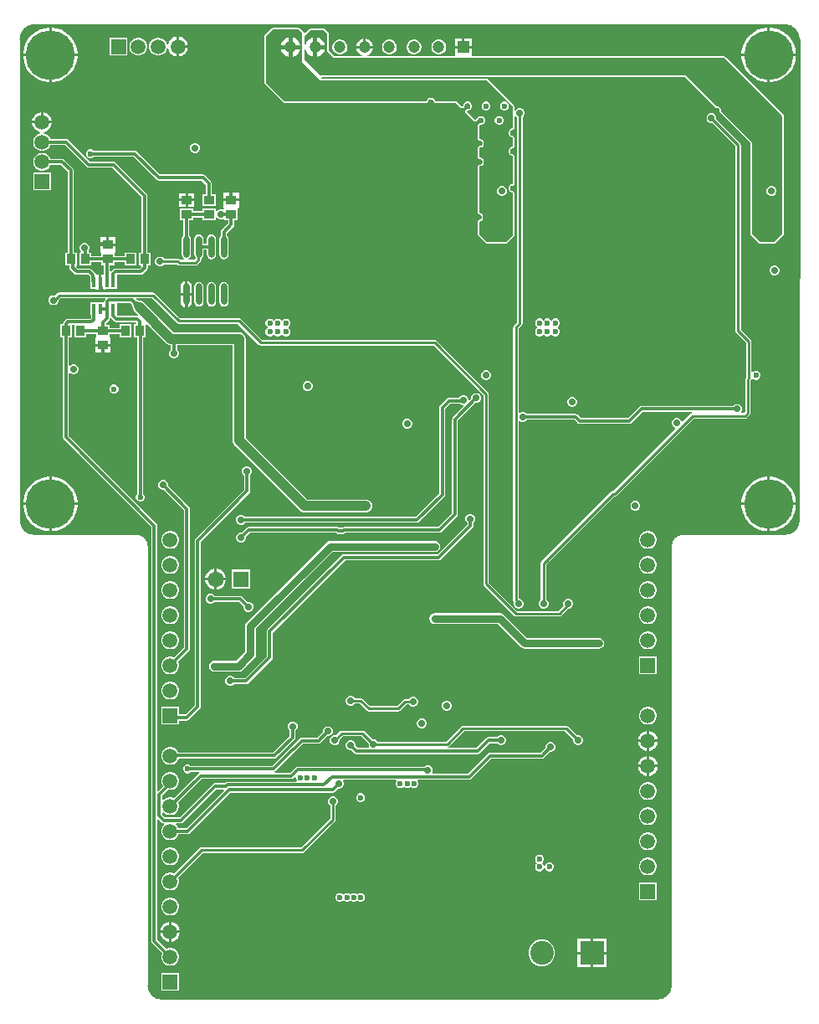
<source format=gbl>
G04*
G04 #@! TF.GenerationSoftware,Altium Limited,Altium Designer,22.10.1 (41)*
G04*
G04 Layer_Physical_Order=4*
G04 Layer_Color=16711680*
%FSLAX43Y43*%
%MOMM*%
G71*
G04*
G04 #@! TF.SameCoordinates,C4451B6D-C533-4BC9-A511-8E29B532BE62*
G04*
G04*
G04 #@! TF.FilePolarity,Positive*
G04*
G01*
G75*
%ADD10C,0.250*%
%ADD11C,0.400*%
%ADD16C,0.254*%
%ADD23R,0.900X1.050*%
%ADD34R,1.050X0.900*%
%ADD37R,1.050X0.950*%
%ADD97C,0.500*%
%ADD101C,0.300*%
%ADD102C,0.800*%
%ADD103C,1.000*%
%ADD107C,1.600*%
%ADD108R,1.600X1.600*%
%ADD109C,1.500*%
%ADD110R,1.500X1.500*%
%ADD111C,1.200*%
%ADD112R,1.200X1.200*%
%ADD113R,1.500X1.500*%
%ADD114C,5.000*%
%ADD115R,2.400X2.400*%
%ADD116C,2.400*%
%ADD117C,0.700*%
%ADD118C,0.600*%
%ADD119R,0.457X1.003*%
%ADD120O,0.600X2.200*%
G36*
X22600Y123800D02*
X22600Y123800D01*
X98640D01*
X98915Y123745D01*
X99174Y123638D01*
X99407Y123482D01*
X99606Y123284D01*
X99761Y123051D01*
X99869Y122792D01*
X99923Y122517D01*
Y122377D01*
X99893Y73670D01*
Y73545D01*
X99844Y73300D01*
X99748Y73068D01*
X99609Y72860D01*
X99433Y72684D01*
X99225Y72545D01*
X98993Y72449D01*
X98748Y72400D01*
X98623D01*
Y72400D01*
X88225D01*
X88101Y72394D01*
X87856Y72345D01*
X87626Y72250D01*
X87419Y72112D01*
X87243Y71936D01*
X87105Y71729D01*
X87010Y71499D01*
X86961Y71254D01*
X86955Y71130D01*
Y26670D01*
Y26545D01*
X86906Y26300D01*
X86810Y26068D01*
X86671Y25860D01*
X86495Y25684D01*
X86287Y25545D01*
X86055Y25449D01*
X85810Y25400D01*
X85685D01*
Y25400D01*
X35433Y25400D01*
X35308D01*
X35063Y25449D01*
X34831Y25545D01*
X34623Y25684D01*
X34447Y25860D01*
X34308Y26068D01*
X34212Y26300D01*
X34163Y26545D01*
Y26670D01*
X34168D01*
Y71130D01*
X34162Y71254D01*
X34113Y71499D01*
X34018Y71729D01*
X33880Y71936D01*
X33703Y72112D01*
X33496Y72250D01*
X33266Y72345D01*
X33022Y72394D01*
X32898Y72400D01*
X22500Y72400D01*
X22375D01*
X22130Y72449D01*
X21898Y72545D01*
X21690Y72684D01*
X21514Y72860D01*
X21375Y73068D01*
X21279Y73300D01*
X21230Y73545D01*
Y73670D01*
X21230D01*
X21200Y122400D01*
X21201Y122401D01*
X21201D01*
Y122539D01*
X21254Y122810D01*
X21360Y123065D01*
X21513Y123294D01*
X21709Y123489D01*
X21938Y123643D01*
X22193Y123748D01*
X22464Y123802D01*
X22599D01*
X22600Y123800D01*
D02*
G37*
%LPC*%
G36*
X36973Y122654D02*
X36968D01*
X36712Y122586D01*
X36484Y122453D01*
X36297Y122266D01*
X36164Y122038D01*
X36112Y121842D01*
X35980D01*
X35939Y121997D01*
X35820Y122203D01*
X35653Y122370D01*
X35447Y122489D01*
X35218Y122550D01*
X34982D01*
X34753Y122489D01*
X34547Y122370D01*
X34380Y122203D01*
X34261Y121997D01*
X34200Y121768D01*
Y121532D01*
X34261Y121303D01*
X34380Y121097D01*
X34547Y120930D01*
X34753Y120811D01*
X34982Y120750D01*
X35218D01*
X35447Y120811D01*
X35653Y120930D01*
X35820Y121097D01*
X35939Y121303D01*
X35980Y121458D01*
X36112D01*
X36164Y121262D01*
X36297Y121034D01*
X36484Y120847D01*
X36712Y120714D01*
X36968Y120646D01*
X36973D01*
Y121650D01*
Y122654D01*
D02*
G37*
G36*
X37232D02*
X37227D01*
Y121777D01*
X38104D01*
Y121782D01*
X38036Y122038D01*
X37903Y122266D01*
X37716Y122453D01*
X37488Y122586D01*
X37232Y122654D01*
D02*
G37*
G36*
X66854Y122454D02*
X66127D01*
Y121727D01*
X66854D01*
Y122454D01*
D02*
G37*
G36*
X56127Y122450D02*
Y121727D01*
X56850D01*
X56796Y121930D01*
X56683Y122124D01*
X56524Y122283D01*
X56330Y122396D01*
X56127Y122450D01*
D02*
G37*
G36*
X55873D02*
X55670Y122396D01*
X55476Y122283D01*
X55317Y122124D01*
X55204Y121930D01*
X55150Y121727D01*
X55873D01*
Y122450D01*
D02*
G37*
G36*
X65873Y122454D02*
X65146D01*
Y121727D01*
X65873D01*
Y122454D01*
D02*
G37*
G36*
X24417Y123554D02*
X24327D01*
Y120927D01*
X26954D01*
Y121017D01*
X26886Y121445D01*
X26752Y121857D01*
X26555Y122243D01*
X26301Y122594D01*
X25994Y122901D01*
X25643Y123155D01*
X25257Y123352D01*
X24845Y123486D01*
X24417Y123554D01*
D02*
G37*
G36*
X24073D02*
X23983D01*
X23555Y123486D01*
X23143Y123352D01*
X22757Y123155D01*
X22406Y122901D01*
X22099Y122594D01*
X21845Y122243D01*
X21648Y121857D01*
X21514Y121445D01*
X21446Y121017D01*
Y120927D01*
X24073D01*
Y123554D01*
D02*
G37*
G36*
X97117D02*
X97027D01*
Y120927D01*
X99654D01*
Y121017D01*
X99586Y121445D01*
X99452Y121857D01*
X99255Y122243D01*
X99001Y122594D01*
X98694Y122901D01*
X98343Y123155D01*
X97957Y123352D01*
X97545Y123486D01*
X97117Y123554D01*
D02*
G37*
G36*
X96773D02*
X96683D01*
X96255Y123486D01*
X95843Y123352D01*
X95457Y123155D01*
X95106Y122901D01*
X94799Y122594D01*
X94545Y122243D01*
X94348Y121857D01*
X94214Y121445D01*
X94146Y121017D01*
Y120927D01*
X96773D01*
Y123554D01*
D02*
G37*
G36*
X63599Y122350D02*
X63401D01*
X63211Y122299D01*
X63039Y122200D01*
X62900Y122061D01*
X62801Y121889D01*
X62750Y121699D01*
Y121501D01*
X62801Y121311D01*
X62900Y121139D01*
X63039Y121000D01*
X63211Y120901D01*
X63401Y120850D01*
X63599D01*
X63789Y120901D01*
X63961Y121000D01*
X64100Y121139D01*
X64199Y121311D01*
X64250Y121501D01*
Y121699D01*
X64199Y121889D01*
X64100Y122061D01*
X63961Y122200D01*
X63789Y122299D01*
X63599Y122350D01*
D02*
G37*
G36*
X61099D02*
X60901D01*
X60711Y122299D01*
X60539Y122200D01*
X60400Y122061D01*
X60301Y121889D01*
X60250Y121699D01*
Y121501D01*
X60301Y121311D01*
X60400Y121139D01*
X60539Y121000D01*
X60711Y120901D01*
X60901Y120850D01*
X61099D01*
X61289Y120901D01*
X61461Y121000D01*
X61600Y121139D01*
X61699Y121311D01*
X61750Y121501D01*
Y121699D01*
X61699Y121889D01*
X61600Y122061D01*
X61461Y122200D01*
X61289Y122299D01*
X61099Y122350D01*
D02*
G37*
G36*
X58599D02*
X58401D01*
X58211Y122299D01*
X58039Y122200D01*
X57900Y122061D01*
X57801Y121889D01*
X57750Y121699D01*
Y121501D01*
X57801Y121311D01*
X57900Y121139D01*
X58039Y121000D01*
X58211Y120901D01*
X58401Y120850D01*
X58599D01*
X58789Y120901D01*
X58961Y121000D01*
X59100Y121139D01*
X59199Y121311D01*
X59250Y121501D01*
Y121699D01*
X59199Y121889D01*
X59100Y122061D01*
X58961Y122200D01*
X58789Y122299D01*
X58599Y122350D01*
D02*
G37*
G36*
X53599D02*
X53401D01*
X53211Y122299D01*
X53039Y122200D01*
X52900Y122061D01*
X52801Y121889D01*
X52750Y121699D01*
Y121501D01*
X52801Y121311D01*
X52900Y121139D01*
X53039Y121000D01*
X53211Y120901D01*
X53401Y120850D01*
X53599D01*
X53789Y120901D01*
X53961Y121000D01*
X54100Y121139D01*
X54199Y121311D01*
X54250Y121501D01*
Y121699D01*
X54199Y121889D01*
X54100Y122061D01*
X53961Y122200D01*
X53789Y122299D01*
X53599Y122350D01*
D02*
G37*
G36*
X33218Y122550D02*
X32982D01*
X32753Y122489D01*
X32547Y122370D01*
X32380Y122203D01*
X32261Y121997D01*
X32200Y121768D01*
Y121532D01*
X32261Y121303D01*
X32380Y121097D01*
X32547Y120930D01*
X32753Y120811D01*
X32982Y120750D01*
X33218D01*
X33447Y120811D01*
X33653Y120930D01*
X33820Y121097D01*
X33939Y121303D01*
X34000Y121532D01*
Y121768D01*
X33939Y121997D01*
X33820Y122203D01*
X33653Y122370D01*
X33447Y122489D01*
X33218Y122550D01*
D02*
G37*
G36*
X32000D02*
X30200D01*
Y120750D01*
X32000D01*
Y122550D01*
D02*
G37*
G36*
X38104Y121523D02*
X37227D01*
Y120646D01*
X37232D01*
X37488Y120714D01*
X37716Y120847D01*
X37903Y121034D01*
X38036Y121262D01*
X38104Y121518D01*
Y121523D01*
D02*
G37*
G36*
X99654Y120673D02*
X97027D01*
Y118046D01*
X97117D01*
X97545Y118114D01*
X97957Y118248D01*
X98343Y118445D01*
X98694Y118699D01*
X99001Y119006D01*
X99255Y119357D01*
X99452Y119743D01*
X99586Y120155D01*
X99654Y120583D01*
Y120673D01*
D02*
G37*
G36*
X96773D02*
X94146D01*
Y120583D01*
X94214Y120155D01*
X94348Y119743D01*
X94545Y119357D01*
X94799Y119006D01*
X95106Y118699D01*
X95457Y118445D01*
X95843Y118248D01*
X96255Y118114D01*
X96683Y118046D01*
X96773D01*
Y120673D01*
D02*
G37*
G36*
X26954Y120673D02*
X24327D01*
Y118046D01*
X24417D01*
X24845Y118114D01*
X25257Y118248D01*
X25643Y118445D01*
X25994Y118699D01*
X26301Y119006D01*
X26555Y119357D01*
X26752Y119743D01*
X26886Y120155D01*
X26954Y120583D01*
Y120673D01*
D02*
G37*
G36*
X24073D02*
X21446D01*
Y120583D01*
X21514Y120155D01*
X21648Y119743D01*
X21845Y119357D01*
X22099Y119006D01*
X22406Y118699D01*
X22757Y118445D01*
X23143Y118248D01*
X23555Y118114D01*
X23983Y118046D01*
X24073D01*
Y120673D01*
D02*
G37*
G36*
X23482Y115004D02*
X23477D01*
Y114127D01*
X24354D01*
Y114132D01*
X24286Y114388D01*
X24153Y114616D01*
X23966Y114803D01*
X23738Y114936D01*
X23482Y115004D01*
D02*
G37*
G36*
X23223D02*
X23218D01*
X22962Y114936D01*
X22734Y114803D01*
X22547Y114616D01*
X22414Y114388D01*
X22346Y114132D01*
Y114127D01*
X23223D01*
Y115004D01*
D02*
G37*
G36*
X38949Y111900D02*
X38751D01*
X38567Y111824D01*
X38426Y111683D01*
X38350Y111499D01*
Y111301D01*
X38426Y111117D01*
X38567Y110976D01*
X38751Y110900D01*
X38949D01*
X39133Y110976D01*
X39274Y111117D01*
X39350Y111301D01*
Y111499D01*
X39274Y111683D01*
X39133Y111824D01*
X38949Y111900D01*
D02*
G37*
G36*
X24250Y108900D02*
X22450D01*
Y107100D01*
X24250D01*
Y108900D01*
D02*
G37*
G36*
X43279Y106854D02*
X42627D01*
Y106252D01*
X43279D01*
Y106854D01*
D02*
G37*
G36*
X38779Y106829D02*
X38127D01*
Y106252D01*
X38779D01*
Y106829D01*
D02*
G37*
G36*
X42373Y106854D02*
X41721D01*
Y106252D01*
X42373D01*
Y106854D01*
D02*
G37*
G36*
X37873Y106829D02*
X37221D01*
Y106252D01*
X37873D01*
Y106829D01*
D02*
G37*
G36*
X28340Y111250D02*
X28160D01*
X27995Y111181D01*
X27869Y111055D01*
X27800Y110890D01*
Y110710D01*
X27869Y110545D01*
X27995Y110419D01*
X28160Y110350D01*
X28340D01*
X28505Y110419D01*
X28581Y110494D01*
X32623D01*
X34934Y108184D01*
X35033Y108117D01*
X35150Y108094D01*
X35150Y108094D01*
X39523D01*
X39944Y107673D01*
Y106725D01*
X39575D01*
Y105525D01*
X40925D01*
Y106725D01*
X40556D01*
Y107800D01*
X40556Y107800D01*
X40533Y107917D01*
X40466Y108016D01*
X39866Y108616D01*
X39767Y108683D01*
X39650Y108706D01*
X39650Y108706D01*
X35277D01*
X32966Y111016D01*
X32867Y111083D01*
X32750Y111106D01*
X32750Y111106D01*
X28581D01*
X28505Y111181D01*
X28340Y111250D01*
D02*
G37*
G36*
X38779Y105998D02*
X38127D01*
Y105421D01*
X38779D01*
Y105998D01*
D02*
G37*
G36*
X37873D02*
X37221D01*
Y105421D01*
X37873D01*
Y105998D01*
D02*
G37*
G36*
X43279D02*
X42500D01*
X41721D01*
Y105396D01*
X41725D01*
X41810Y105294D01*
X41797Y105206D01*
X41682Y105145D01*
X41549Y105200D01*
X41351D01*
X41167Y105124D01*
X41052Y105009D01*
X40932Y105044D01*
X40925Y105048D01*
Y105275D01*
X39575D01*
Y104981D01*
X38675D01*
Y105275D01*
X37325D01*
Y104075D01*
X37634D01*
Y102537D01*
X37616Y102524D01*
X37516Y102376D01*
X37481Y102200D01*
Y100600D01*
X37516Y100424D01*
X37616Y100276D01*
X37718Y100207D01*
X37679Y100080D01*
X37327D01*
X37309Y100098D01*
X37218Y100159D01*
X37111Y100180D01*
X35725D01*
X35724Y100183D01*
X35583Y100324D01*
X35399Y100400D01*
X35201D01*
X35017Y100324D01*
X34876Y100183D01*
X34800Y99999D01*
Y99801D01*
X34876Y99617D01*
X35017Y99476D01*
X35201Y99400D01*
X35399D01*
X35583Y99476D01*
X35724Y99617D01*
X35725Y99620D01*
X36995D01*
X37013Y99602D01*
X37104Y99541D01*
X37211Y99520D01*
X38900D01*
X39007Y99541D01*
X39098Y99602D01*
X39398Y99902D01*
X39459Y99993D01*
X39480Y100100D01*
Y100239D01*
X39534Y100276D01*
X39634Y100424D01*
X39669Y100600D01*
Y101094D01*
X40021D01*
Y100600D01*
X40056Y100424D01*
X40156Y100276D01*
X40304Y100176D01*
X40480Y100141D01*
X40656Y100176D01*
X40804Y100276D01*
X40904Y100424D01*
X40939Y100600D01*
Y102200D01*
X40904Y102376D01*
X40804Y102524D01*
X40656Y102624D01*
X40480Y102659D01*
X40304Y102624D01*
X40156Y102524D01*
X40056Y102376D01*
X40021Y102200D01*
Y101706D01*
X39669D01*
Y102200D01*
X39634Y102376D01*
X39534Y102524D01*
X39386Y102624D01*
X39210Y102659D01*
X39034Y102624D01*
X38886Y102524D01*
X38786Y102376D01*
X38751Y102200D01*
Y100600D01*
X38786Y100424D01*
X38886Y100276D01*
X38850Y100147D01*
X38784Y100080D01*
X38201D01*
X38162Y100207D01*
X38264Y100276D01*
X38364Y100424D01*
X38399Y100600D01*
Y102200D01*
X38364Y102376D01*
X38264Y102524D01*
X38246Y102537D01*
Y104075D01*
X38675D01*
Y104369D01*
X39575D01*
Y104075D01*
X40925D01*
Y104352D01*
X40932Y104356D01*
X41052Y104391D01*
X41167Y104276D01*
X41351Y104200D01*
X41549D01*
X41698Y104262D01*
X41825Y104202D01*
Y104050D01*
X42194D01*
Y103777D01*
X41534Y103116D01*
X41467Y103017D01*
X41444Y102900D01*
X41444Y102900D01*
Y102537D01*
X41426Y102524D01*
X41326Y102376D01*
X41291Y102200D01*
Y100600D01*
X41326Y100424D01*
X41426Y100276D01*
X41574Y100176D01*
X41750Y100141D01*
X41926Y100176D01*
X42074Y100276D01*
X42174Y100424D01*
X42209Y100600D01*
Y102200D01*
X42174Y102376D01*
X42074Y102524D01*
X42056Y102537D01*
Y102773D01*
X42716Y103434D01*
X42783Y103533D01*
X42806Y103650D01*
X42806Y103650D01*
Y104050D01*
X43175D01*
Y105269D01*
X43175Y105300D01*
X43250Y105396D01*
X43279D01*
Y105998D01*
D02*
G37*
G36*
X30779Y102354D02*
X30127D01*
Y101752D01*
X30779D01*
Y102354D01*
D02*
G37*
G36*
X29873D02*
X29221D01*
Y101752D01*
X29873D01*
Y102354D01*
D02*
G37*
G36*
X49300Y123562D02*
X46700D01*
X46585Y123515D01*
X45885Y122815D01*
X45838Y122700D01*
Y118000D01*
X45885Y117885D01*
X47785Y115985D01*
X47900Y115938D01*
X62265D01*
X62380Y115985D01*
X62406Y116048D01*
X62415Y116057D01*
X62472Y116193D01*
X62552Y116273D01*
X62658Y116317D01*
X62773D01*
X62878Y116273D01*
X62959Y116193D01*
X63015Y116057D01*
X63025Y116048D01*
X63051Y115985D01*
X63165Y115938D01*
X65233D01*
X65720Y115451D01*
X65750Y115438D01*
X65772Y115415D01*
X65805D01*
X65835Y115403D01*
X65864Y115415D01*
X65897D01*
X66024Y115468D01*
X66047Y115491D01*
X66076Y115503D01*
X66089Y115533D01*
X66112Y115556D01*
Y115588D01*
X66124Y115618D01*
Y115684D01*
X66168Y115790D01*
X66249Y115871D01*
X66354Y115915D01*
X66469D01*
X66575Y115871D01*
X66655Y115790D01*
X66699Y115684D01*
Y115570D01*
X66655Y115464D01*
X66575Y115383D01*
X66469Y115340D01*
X66402D01*
X66373Y115327D01*
X66340D01*
X66317Y115304D01*
X66288Y115292D01*
X66275Y115262D01*
X66252Y115239D01*
X66200Y115112D01*
Y115080D01*
X66187Y115050D01*
X66200Y115020D01*
Y114988D01*
X66223Y114965D01*
X66235Y114935D01*
X67062Y114108D01*
X67094Y114095D01*
X67119Y114071D01*
X67149Y114072D01*
X67177Y114061D01*
X67209Y114074D01*
X67243Y114075D01*
X67367Y114130D01*
X67409Y114174D01*
X67451Y114216D01*
X67501Y114336D01*
X67581Y114417D01*
X67687Y114460D01*
X67802D01*
X67907Y114417D01*
X67988Y114336D01*
X68032Y114230D01*
Y114116D01*
X67988Y114010D01*
X67907Y113929D01*
X67802Y113885D01*
X67655D01*
X67611Y113867D01*
X67565Y113858D01*
X67510Y113821D01*
X67501Y113807D01*
X67485Y113801D01*
X67467Y113757D01*
X67441Y113718D01*
X67444Y113701D01*
X67438Y113686D01*
Y112321D01*
X67485Y112206D01*
X67600Y112158D01*
X67684D01*
X67790Y112114D01*
X67871Y112033D01*
X67915Y111928D01*
Y111813D01*
X67871Y111708D01*
X67790Y111627D01*
X67684Y111583D01*
X67600D01*
X67485Y111535D01*
X67438Y111421D01*
Y110451D01*
X67485Y110336D01*
X67600Y110288D01*
X67684D01*
X67790Y110244D01*
X67871Y110163D01*
X67915Y110058D01*
Y109943D01*
X67871Y109838D01*
X67790Y109757D01*
X67684Y109713D01*
X67600D01*
X67485Y109665D01*
X67438Y109551D01*
Y104843D01*
X67485Y104728D01*
X67564Y104695D01*
X67566Y104693D01*
X67702Y104636D01*
X67783Y104556D01*
X67827Y104450D01*
Y104335D01*
X67783Y104230D01*
X67702Y104149D01*
X67566Y104093D01*
X67564Y104090D01*
X67485Y104057D01*
X67438Y103943D01*
Y102746D01*
X67450Y102716D01*
Y102684D01*
X67482Y102605D01*
X67505Y102583D01*
X67518Y102553D01*
X68285Y101785D01*
X68400Y101738D01*
X70300D01*
X70415Y101785D01*
X71115Y102485D01*
X71162Y102600D01*
Y106857D01*
X71115Y106972D01*
X71000Y107019D01*
X70943D01*
X70837Y107063D01*
X70756Y107144D01*
X70712Y107250D01*
Y107364D01*
X70756Y107470D01*
X70837Y107551D01*
X70943Y107594D01*
X71000D01*
X71115Y107642D01*
X71162Y107757D01*
Y110597D01*
X71115Y110712D01*
X71000Y110759D01*
X70943D01*
X70837Y110803D01*
X70756Y110884D01*
X70712Y110990D01*
Y111104D01*
X70756Y111210D01*
X70837Y111291D01*
X70943Y111334D01*
X71000D01*
X71115Y111382D01*
X71162Y111497D01*
Y112467D01*
X71115Y112582D01*
X71000Y112629D01*
X70943D01*
X70837Y112673D01*
X70756Y112754D01*
X70712Y112860D01*
Y112974D01*
X70756Y113080D01*
X70837Y113161D01*
X70943Y113204D01*
X71000D01*
X71115Y113252D01*
X71162Y113367D01*
Y114565D01*
X71227Y114594D01*
X71289Y114604D01*
X71417Y114476D01*
X71420Y114475D01*
Y93762D01*
X71102Y93444D01*
X71041Y93353D01*
X71020Y93245D01*
Y65671D01*
X71041Y65564D01*
X71102Y65473D01*
X71122Y65453D01*
X71100Y65399D01*
Y65201D01*
X71176Y65017D01*
X71317Y64876D01*
X71501Y64800D01*
X71699D01*
X71883Y64876D01*
X72024Y65017D01*
X72100Y65201D01*
Y65399D01*
X72024Y65583D01*
X71883Y65724D01*
X71699Y65800D01*
X71580D01*
Y83747D01*
X71698Y83795D01*
X71717Y83776D01*
X71901Y83700D01*
X72099D01*
X72283Y83776D01*
X72401Y83894D01*
X77227D01*
X77538Y83584D01*
X77538Y83584D01*
X77637Y83517D01*
X77754Y83494D01*
X82800D01*
X82800Y83494D01*
X82917Y83517D01*
X83016Y83584D01*
X84127Y84694D01*
X89105D01*
X89117Y84567D01*
X89077Y84559D01*
X88986Y84498D01*
X88217Y83730D01*
X88073Y83765D01*
X88024Y83883D01*
X87883Y84024D01*
X87699Y84100D01*
X87501D01*
X87317Y84024D01*
X87176Y83883D01*
X87100Y83699D01*
Y83501D01*
X87176Y83317D01*
X87317Y83176D01*
X87435Y83127D01*
X87470Y82983D01*
X81194Y76706D01*
X81133D01*
X81026Y76685D01*
X80935Y76624D01*
X73902Y69591D01*
X73841Y69500D01*
X73820Y69393D01*
Y65725D01*
X73817Y65724D01*
X73676Y65583D01*
X73600Y65399D01*
Y65201D01*
X73676Y65017D01*
X73817Y64876D01*
X74001Y64800D01*
X74199D01*
X74383Y64876D01*
X74524Y65017D01*
X74600Y65201D01*
Y65399D01*
X74524Y65583D01*
X74383Y65724D01*
X74380Y65725D01*
Y69277D01*
X81249Y76146D01*
X81310D01*
X81417Y76167D01*
X81508Y76228D01*
X89300Y84020D01*
X94500D01*
X94607Y84041D01*
X94698Y84102D01*
X94998Y84402D01*
X95059Y84493D01*
X95080Y84600D01*
Y87890D01*
X95134Y87970D01*
X95147Y88037D01*
X95246Y88080D01*
X95282Y88081D01*
X95345Y88019D01*
X95510Y87950D01*
X95690D01*
X95855Y88019D01*
X95981Y88145D01*
X96050Y88310D01*
Y88490D01*
X95981Y88655D01*
X95855Y88781D01*
X95690Y88850D01*
X95510D01*
X95345Y88781D01*
X95282Y88719D01*
X95155Y88771D01*
Y91825D01*
X95134Y91932D01*
X95073Y92023D01*
X94080Y93016D01*
Y111700D01*
X94059Y111807D01*
X93998Y111898D01*
X91599Y114298D01*
X91600Y114301D01*
Y114499D01*
X91524Y114683D01*
X91383Y114824D01*
X91199Y114900D01*
X91001D01*
X90817Y114824D01*
X90676Y114683D01*
X90600Y114499D01*
Y114301D01*
X90676Y114117D01*
X90817Y113976D01*
X91001Y113900D01*
X91199D01*
X91202Y113901D01*
X93520Y111584D01*
Y92900D01*
X93541Y92793D01*
X93602Y92702D01*
X94595Y91709D01*
Y88190D01*
X94541Y88110D01*
X94520Y88002D01*
Y84716D01*
X94384Y84580D01*
X94153D01*
X94105Y84698D01*
X94124Y84717D01*
X94200Y84901D01*
Y85099D01*
X94124Y85283D01*
X93983Y85424D01*
X93799Y85500D01*
X93601D01*
X93417Y85424D01*
X93299Y85306D01*
X84000D01*
X83883Y85283D01*
X83784Y85216D01*
X82673Y84106D01*
X77881D01*
X77570Y84416D01*
X77471Y84483D01*
X77354Y84506D01*
X77354Y84506D01*
X72401D01*
X72283Y84624D01*
X72099Y84700D01*
X71901D01*
X71717Y84624D01*
X71698Y84605D01*
X71580Y84653D01*
Y93129D01*
X71898Y93447D01*
X71959Y93538D01*
X71980Y93645D01*
Y114475D01*
X71983Y114476D01*
X72124Y114617D01*
X72200Y114801D01*
Y114999D01*
X72124Y115183D01*
X71983Y115324D01*
X71799Y115400D01*
X71601D01*
X71417Y115324D01*
X71289Y115196D01*
X71227Y115206D01*
X71162Y115235D01*
Y115600D01*
X71115Y115715D01*
X68515Y118315D01*
X68400Y118362D01*
X51636D01*
X51601Y118411D01*
X51665Y118538D01*
X88433D01*
X91489Y115481D01*
X91604Y115434D01*
X91687D01*
X91793Y115390D01*
X91874Y115309D01*
X91918Y115203D01*
Y115120D01*
X91965Y115005D01*
X95038Y111933D01*
Y102700D01*
X95085Y102585D01*
X95885Y101785D01*
X96000Y101738D01*
X97500D01*
X97615Y101785D01*
X98415Y102585D01*
X98462Y102700D01*
Y114600D01*
X98415Y114715D01*
X92515Y120615D01*
X92400Y120662D01*
X66946D01*
X66854Y120746D01*
X66854Y120789D01*
Y121473D01*
X66000D01*
Y121600D01*
D01*
Y121473D01*
X65146D01*
Y120789D01*
X65146Y120746D01*
X65054Y120662D01*
X56291D01*
X56274Y120789D01*
X56330Y120804D01*
X56524Y120917D01*
X56683Y121076D01*
X56796Y121270D01*
X56850Y121473D01*
X56000D01*
X55150D01*
X55204Y121270D01*
X55317Y121076D01*
X55476Y120917D01*
X55670Y120804D01*
X55726Y120789D01*
X55709Y120662D01*
X52967D01*
X52362Y121267D01*
Y123000D01*
X52315Y123115D01*
X52015Y123415D01*
X51900Y123462D01*
X50500D01*
X50385Y123415D01*
X49980Y123009D01*
X49841Y123051D01*
X49815Y123115D01*
X49415Y123515D01*
X49300Y123562D01*
D02*
G37*
G36*
X24354Y113873D02*
X23350D01*
X22346D01*
Y113868D01*
X22414Y113612D01*
X22547Y113384D01*
X22734Y113197D01*
X22962Y113064D01*
X23158Y113012D01*
Y112880D01*
X23003Y112839D01*
X22797Y112720D01*
X22630Y112553D01*
X22511Y112347D01*
X22450Y112118D01*
Y111882D01*
X22511Y111653D01*
X22630Y111447D01*
X22797Y111280D01*
X23003Y111161D01*
X23232Y111100D01*
X23468D01*
X23697Y111161D01*
X23903Y111280D01*
X24070Y111447D01*
X24189Y111653D01*
X24200Y111694D01*
X25673D01*
X27884Y109484D01*
X27884Y109484D01*
X27983Y109417D01*
X28100Y109394D01*
X30473D01*
X33419Y106448D01*
Y100825D01*
X33125D01*
Y99475D01*
X33313D01*
X33365Y99348D01*
X33223Y99206D01*
X30750D01*
X30633Y99183D01*
X30534Y99116D01*
X30334Y98916D01*
X30333Y98915D01*
X30206Y98954D01*
Y99550D01*
X30675D01*
Y99844D01*
X31675D01*
Y99475D01*
X32875D01*
Y100825D01*
X31675D01*
Y100456D01*
X30675D01*
Y100769D01*
X30675Y100800D01*
X30750Y100896D01*
X30779D01*
Y101498D01*
X30000D01*
X29221D01*
Y100896D01*
X29250D01*
X29325Y100800D01*
X29325Y100769D01*
Y100456D01*
X28325D01*
Y100825D01*
X28031D01*
Y100974D01*
X28074Y101017D01*
X28150Y101201D01*
Y101399D01*
X28074Y101583D01*
X27933Y101724D01*
X27749Y101800D01*
X27551D01*
X27367Y101724D01*
X27226Y101583D01*
X27150Y101399D01*
Y101201D01*
X27226Y101017D01*
X27291Y100952D01*
X27238Y100825D01*
X27125D01*
Y99475D01*
X28325D01*
Y99844D01*
X29325D01*
Y99550D01*
X29594D01*
Y98560D01*
X29377D01*
Y97804D01*
Y97049D01*
X29733D01*
Y97153D01*
X30929D01*
Y98456D01*
X30929D01*
X30968Y98567D01*
X30992Y98594D01*
X33350D01*
X33350Y98594D01*
X33467Y98617D01*
X33566Y98684D01*
X33966Y99084D01*
X33966Y99084D01*
X34033Y99183D01*
X34056Y99300D01*
Y99475D01*
X34325D01*
Y100825D01*
X34031D01*
Y106575D01*
X34031Y106575D01*
X34008Y106692D01*
X33941Y106791D01*
X33941Y106791D01*
X30816Y109916D01*
X30717Y109983D01*
X30600Y110006D01*
X30600Y110006D01*
X28227D01*
X26016Y112216D01*
X25917Y112283D01*
X25800Y112306D01*
X25800Y112306D01*
X24200D01*
X24189Y112347D01*
X24070Y112553D01*
X23903Y112720D01*
X23697Y112839D01*
X23542Y112880D01*
Y113012D01*
X23738Y113064D01*
X23966Y113197D01*
X24153Y113384D01*
X24286Y113612D01*
X24354Y113868D01*
Y113873D01*
D02*
G37*
G36*
X97575Y99499D02*
X97376D01*
X97193Y99423D01*
X97052Y99282D01*
X96976Y99099D01*
Y98900D01*
X97052Y98716D01*
X97193Y98575D01*
X97376Y98499D01*
X97575D01*
X97759Y98575D01*
X97900Y98716D01*
X97976Y98900D01*
Y99099D01*
X97900Y99282D01*
X97759Y99423D01*
X97575Y99499D01*
D02*
G37*
G36*
X23468Y110900D02*
X23232D01*
X23003Y110839D01*
X22797Y110720D01*
X22630Y110553D01*
X22511Y110347D01*
X22450Y110118D01*
Y109882D01*
X22511Y109653D01*
X22630Y109447D01*
X22797Y109280D01*
X23003Y109161D01*
X23232Y109100D01*
X23468D01*
X23697Y109161D01*
X23903Y109280D01*
X24070Y109447D01*
X24189Y109653D01*
X24200Y109694D01*
X25273D01*
X25969Y108998D01*
Y100825D01*
X25675D01*
Y99475D01*
X26120D01*
Y99300D01*
X26143Y99183D01*
X26209Y99084D01*
X26283Y99035D01*
X26634Y98684D01*
X26634Y98684D01*
X26733Y98617D01*
X26850Y98594D01*
X28019D01*
X28216Y98398D01*
Y97883D01*
X28216Y97883D01*
X28221Y97853D01*
Y97153D01*
X28767D01*
Y97049D01*
X29123D01*
Y97804D01*
Y98560D01*
X28820D01*
X28804Y98641D01*
X28738Y98741D01*
X28738Y98741D01*
X28362Y99116D01*
X28263Y99183D01*
X28146Y99206D01*
X28146Y99206D01*
X26977D01*
X26835Y99348D01*
X26875Y99475D01*
X26875D01*
Y100825D01*
X26581D01*
Y109125D01*
X26581Y109125D01*
X26558Y109242D01*
X26491Y109341D01*
X26491Y109341D01*
X25616Y110216D01*
X25517Y110283D01*
X25400Y110306D01*
X25400Y110306D01*
X24200D01*
X24189Y110347D01*
X24070Y110553D01*
X23903Y110720D01*
X23697Y110839D01*
X23468Y110900D01*
D02*
G37*
G36*
X38067Y97940D02*
Y96727D01*
X38505D01*
Y97400D01*
X38462Y97616D01*
X38339Y97799D01*
X38156Y97922D01*
X38067Y97940D01*
D02*
G37*
G36*
X37813D02*
X37724Y97922D01*
X37541Y97799D01*
X37418Y97616D01*
X37375Y97400D01*
Y96727D01*
X37813D01*
Y97940D01*
D02*
G37*
G36*
X34600Y96780D02*
X25071D01*
X24964Y96759D01*
X24873Y96698D01*
X24653Y96478D01*
X24599Y96500D01*
X24401D01*
X24217Y96424D01*
X24076Y96283D01*
X24000Y96099D01*
Y95901D01*
X24076Y95717D01*
X24217Y95576D01*
X24401Y95500D01*
X24599D01*
X24783Y95576D01*
X24924Y95717D01*
X25000Y95901D01*
Y96032D01*
X25188Y96220D01*
X29739D01*
X29788Y96102D01*
X29751Y96066D01*
X29685Y95966D01*
X29661Y95849D01*
X29552Y95802D01*
X28221D01*
Y94498D01*
X28294D01*
Y94177D01*
X28223Y94106D01*
X25951D01*
X25951Y94106D01*
X25834Y94083D01*
X25734Y94016D01*
X25734Y94016D01*
X25559Y93841D01*
X25492Y93741D01*
X25469Y93624D01*
X25361Y93575D01*
X25175D01*
Y92225D01*
X25469D01*
Y91220D01*
X25467Y91217D01*
X25444Y91100D01*
X25467Y90983D01*
X25469Y90980D01*
Y82125D01*
X25469Y82125D01*
X25492Y82008D01*
X25559Y81909D01*
X34394Y73073D01*
Y31213D01*
X34394Y31213D01*
X34417Y31096D01*
X34484Y30997D01*
X35505Y29976D01*
X35483Y29938D01*
X35422Y29709D01*
Y29473D01*
X35483Y29244D01*
X35602Y29038D01*
X35769Y28871D01*
X35975Y28752D01*
X36204Y28691D01*
X36440D01*
X36669Y28752D01*
X36875Y28871D01*
X37042Y29038D01*
X37161Y29244D01*
X37222Y29473D01*
Y29709D01*
X37161Y29938D01*
X37042Y30144D01*
X36875Y30311D01*
X36669Y30430D01*
X36440Y30491D01*
X36204D01*
X35975Y30430D01*
X35937Y30408D01*
X35006Y31340D01*
Y43471D01*
X35123Y43520D01*
X35459Y43184D01*
X35559Y43117D01*
X35676Y43094D01*
X35676Y43094D01*
X35725Y42967D01*
X35602Y42844D01*
X35483Y42638D01*
X35422Y42409D01*
Y42173D01*
X35483Y41944D01*
X35602Y41738D01*
X35769Y41571D01*
X35975Y41452D01*
X36204Y41391D01*
X36440D01*
X36669Y41452D01*
X36875Y41571D01*
X37042Y41738D01*
X37161Y41944D01*
X37172Y41985D01*
X38091D01*
X38091Y41985D01*
X38208Y42008D01*
X38307Y42075D01*
X42427Y46194D01*
X52800D01*
X52800Y46194D01*
X52917Y46217D01*
X53016Y46284D01*
X53333Y46600D01*
X53499D01*
X53683Y46676D01*
X53824Y46817D01*
X53900Y47001D01*
Y47199D01*
X53831Y47367D01*
X53879Y47494D01*
X59178D01*
X59231Y47367D01*
X59219Y47355D01*
X59150Y47190D01*
Y47010D01*
X59219Y46845D01*
X59345Y46719D01*
X59510Y46650D01*
X59690D01*
X59855Y46719D01*
X59950Y46814D01*
X60045Y46719D01*
X60210Y46650D01*
X60390D01*
X60555Y46719D01*
X60650Y46814D01*
X60745Y46719D01*
X60910Y46650D01*
X61090D01*
X61255Y46719D01*
X61381Y46845D01*
X61450Y47010D01*
Y47190D01*
X61381Y47355D01*
X61369Y47367D01*
X61422Y47494D01*
X66581D01*
X66581Y47494D01*
X66699Y47517D01*
X66798Y47584D01*
X68831Y49617D01*
X73923D01*
X73923Y49617D01*
X74040Y49640D01*
X74139Y49707D01*
X74733Y50300D01*
X74899D01*
X75083Y50376D01*
X75224Y50517D01*
X75300Y50701D01*
Y50899D01*
X75224Y51083D01*
X75083Y51224D01*
X74899Y51300D01*
X74701D01*
X74517Y51224D01*
X74376Y51083D01*
X74300Y50899D01*
Y50733D01*
X73796Y50229D01*
X68704D01*
X68704Y50229D01*
X68587Y50205D01*
X68488Y50139D01*
X68488Y50139D01*
X66455Y48106D01*
X62879D01*
X62831Y48233D01*
X62900Y48401D01*
Y48599D01*
X62824Y48783D01*
X62683Y48924D01*
X62499Y49000D01*
X62301D01*
X62117Y48924D01*
X62011Y48818D01*
X49212D01*
X49212Y48818D01*
X49095Y48794D01*
X48996Y48728D01*
X48473Y48206D01*
X46931D01*
X46925Y48220D01*
X46909Y48333D01*
X46986Y48384D01*
X48924Y50322D01*
X49016Y50384D01*
X49788Y51156D01*
X51362D01*
X51362Y51156D01*
X51479Y51179D01*
X51578Y51245D01*
X52233Y51900D01*
X52399D01*
X52583Y51976D01*
X52724Y52117D01*
X52800Y52301D01*
Y52499D01*
X52724Y52683D01*
X52583Y52824D01*
X52399Y52900D01*
X52201D01*
X52017Y52824D01*
X51876Y52683D01*
X51800Y52499D01*
Y52333D01*
X51235Y51768D01*
X49662D01*
X49662Y51768D01*
X49545Y51744D01*
X49445Y51678D01*
X49445Y51678D01*
X48646Y50878D01*
X48553Y50816D01*
X48553Y50816D01*
X46643Y48906D01*
X38431D01*
X38355Y48981D01*
X38190Y49050D01*
X38010D01*
X37845Y48981D01*
X37719Y48855D01*
X37650Y48690D01*
Y48510D01*
X37719Y48345D01*
X37845Y48219D01*
X38010Y48150D01*
X38190D01*
X38355Y48219D01*
X38431Y48294D01*
X39230D01*
X39235Y48280D01*
X39251Y48167D01*
X39175Y48116D01*
X36707Y45648D01*
X36669Y45670D01*
X36440Y45731D01*
X36204D01*
X35975Y45670D01*
X35769Y45551D01*
X35655Y45437D01*
X35528Y45489D01*
Y45895D01*
X36125Y46492D01*
X36204Y46471D01*
X36440D01*
X36669Y46532D01*
X36875Y46651D01*
X37042Y46818D01*
X37161Y47024D01*
X37222Y47253D01*
Y47489D01*
X37161Y47718D01*
X37042Y47924D01*
X36875Y48091D01*
X36669Y48210D01*
X36440Y48271D01*
X36204D01*
X35975Y48210D01*
X35769Y48091D01*
X35602Y47924D01*
X35483Y47718D01*
X35422Y47489D01*
Y47253D01*
X35483Y47024D01*
X35596Y46829D01*
X35123Y46356D01*
X35006Y46404D01*
Y73200D01*
X34983Y73317D01*
X34916Y73416D01*
X26081Y82252D01*
Y88582D01*
X26208Y88635D01*
X26267Y88576D01*
X26451Y88500D01*
X26649D01*
X26833Y88576D01*
X26974Y88717D01*
X27050Y88901D01*
Y89099D01*
X26974Y89283D01*
X26833Y89424D01*
X26649Y89500D01*
X26451D01*
X26267Y89424D01*
X26208Y89365D01*
X26081Y89418D01*
Y91125D01*
X26081Y91125D01*
X26081Y91125D01*
Y92225D01*
X26375D01*
Y93494D01*
X26625D01*
Y92225D01*
X27825D01*
Y92594D01*
X28825D01*
Y92306D01*
X28825Y92275D01*
X28750Y92179D01*
X28721D01*
Y91577D01*
X30279D01*
Y92179D01*
X30250D01*
X30175Y92275D01*
X30175Y92306D01*
Y92594D01*
X31175D01*
Y92225D01*
X32375D01*
Y93575D01*
X31175D01*
Y93206D01*
X30175D01*
Y93525D01*
X29875D01*
X29835Y93652D01*
X30116Y93934D01*
X30183Y94033D01*
X30205Y94147D01*
X30212Y94152D01*
X30333Y94185D01*
X30334Y94184D01*
X30634Y93884D01*
X30634Y93884D01*
X30733Y93817D01*
X30850Y93794D01*
X30850Y93794D01*
X32823D01*
X32915Y93702D01*
X32910Y93575D01*
X32625D01*
Y92225D01*
X32994D01*
Y76431D01*
X32919Y76355D01*
X32850Y76190D01*
Y76010D01*
X32919Y75845D01*
X33045Y75719D01*
X33210Y75650D01*
X33390D01*
X33555Y75719D01*
X33681Y75845D01*
X33750Y76010D01*
Y76190D01*
X33681Y76355D01*
X33606Y76431D01*
Y92225D01*
X33825D01*
Y93448D01*
X33825Y93458D01*
X33947Y93580D01*
X33993Y93580D01*
X35936Y91636D01*
X36072Y91532D01*
X36230Y91467D01*
X36394Y91445D01*
Y91001D01*
X36276Y90883D01*
X36200Y90699D01*
Y90501D01*
X36276Y90317D01*
X36417Y90176D01*
X36601Y90100D01*
X36799D01*
X36983Y90176D01*
X37124Y90317D01*
X37200Y90501D01*
Y90699D01*
X37124Y90883D01*
X37006Y91001D01*
Y91444D01*
X42644D01*
Y81800D01*
X42667Y81630D01*
X42732Y81472D01*
X42836Y81336D01*
X49454Y74719D01*
X49589Y74615D01*
X49748Y74549D01*
X49917Y74527D01*
X56124D01*
X56294Y74549D01*
X56452Y74615D01*
X56588Y74719D01*
X56692Y74855D01*
X56758Y75013D01*
X56780Y75183D01*
X56758Y75352D01*
X56692Y75511D01*
X56588Y75646D01*
X56452Y75751D01*
X56294Y75816D01*
X56124Y75838D01*
X50189D01*
X43956Y82072D01*
Y92100D01*
X43933Y92270D01*
X43868Y92428D01*
X43764Y92564D01*
X43628Y92668D01*
X43470Y92733D01*
X43300Y92756D01*
X36672D01*
X33664Y95764D01*
X33528Y95868D01*
X33370Y95933D01*
X33314Y95941D01*
X33288Y95956D01*
X33215Y95968D01*
X33149Y95983D01*
X33086Y96001D01*
X33025Y96024D01*
X32966Y96051D01*
X32908Y96081D01*
X32890Y96093D01*
X32927Y96220D01*
X34484D01*
X37002Y93702D01*
X37093Y93641D01*
X37200Y93620D01*
X43184D01*
X45302Y91502D01*
X45393Y91441D01*
X45500Y91420D01*
X62984D01*
X68020Y86384D01*
Y67300D01*
X68041Y67193D01*
X68102Y67102D01*
X71102Y64102D01*
X71193Y64041D01*
X71300Y64020D01*
X75700D01*
X75807Y64041D01*
X75898Y64102D01*
X76597Y64800D01*
X76699D01*
X76883Y64876D01*
X77024Y65017D01*
X77100Y65201D01*
Y65399D01*
X77024Y65583D01*
X76883Y65724D01*
X76699Y65800D01*
X76501D01*
X76317Y65724D01*
X76176Y65583D01*
X76100Y65399D01*
Y65201D01*
X76130Y65127D01*
X75584Y64580D01*
X71416D01*
X68580Y67416D01*
Y86500D01*
X68559Y86607D01*
X68498Y86698D01*
X63298Y91898D01*
X63207Y91959D01*
X63100Y91980D01*
X45616D01*
X43498Y94098D01*
X43407Y94159D01*
X43300Y94180D01*
X37316D01*
X34798Y96698D01*
X34707Y96759D01*
X34600Y96780D01*
D02*
G37*
G36*
X41750Y97859D02*
X41574Y97824D01*
X41426Y97724D01*
X41326Y97576D01*
X41291Y97400D01*
Y95800D01*
X41326Y95624D01*
X41426Y95476D01*
X41574Y95376D01*
X41750Y95341D01*
X41926Y95376D01*
X42074Y95476D01*
X42174Y95624D01*
X42209Y95800D01*
Y97400D01*
X42174Y97576D01*
X42074Y97724D01*
X41926Y97824D01*
X41750Y97859D01*
D02*
G37*
G36*
X40480D02*
X40304Y97824D01*
X40156Y97724D01*
X40056Y97576D01*
X40021Y97400D01*
Y95800D01*
X40056Y95624D01*
X40156Y95476D01*
X40304Y95376D01*
X40480Y95341D01*
X40656Y95376D01*
X40804Y95476D01*
X40904Y95624D01*
X40939Y95800D01*
Y97400D01*
X40904Y97576D01*
X40804Y97724D01*
X40656Y97824D01*
X40480Y97859D01*
D02*
G37*
G36*
X39210D02*
X39034Y97824D01*
X38886Y97724D01*
X38786Y97576D01*
X38751Y97400D01*
Y95800D01*
X38786Y95624D01*
X38886Y95476D01*
X39034Y95376D01*
X39210Y95341D01*
X39386Y95376D01*
X39534Y95476D01*
X39634Y95624D01*
X39669Y95800D01*
Y97400D01*
X39634Y97576D01*
X39534Y97724D01*
X39386Y97824D01*
X39210Y97859D01*
D02*
G37*
G36*
X38505Y96473D02*
X38067D01*
Y95260D01*
X38156Y95278D01*
X38339Y95401D01*
X38462Y95584D01*
X38505Y95800D01*
Y96473D01*
D02*
G37*
G36*
X37813D02*
X37375D01*
Y95800D01*
X37418Y95584D01*
X37541Y95401D01*
X37724Y95278D01*
X37813Y95260D01*
Y96473D01*
D02*
G37*
G36*
X75390Y94150D02*
X75210D01*
X75045Y94081D01*
X74983Y94019D01*
X74900Y93967D01*
X74817Y94019D01*
X74755Y94081D01*
X74590Y94150D01*
X74410D01*
X74245Y94081D01*
X74183Y94019D01*
X74100Y93967D01*
X74017Y94019D01*
X73955Y94081D01*
X73790Y94150D01*
X73610D01*
X73445Y94081D01*
X73319Y93955D01*
X73250Y93790D01*
Y93610D01*
X73319Y93445D01*
X73445Y93319D01*
Y93181D01*
X73319Y93055D01*
X73250Y92890D01*
Y92710D01*
X73319Y92545D01*
X73445Y92419D01*
X73610Y92350D01*
X73790D01*
X73955Y92419D01*
X74017Y92481D01*
X74100Y92533D01*
X74183Y92481D01*
X74245Y92419D01*
X74410Y92350D01*
X74590D01*
X74755Y92419D01*
X74817Y92481D01*
X74900Y92533D01*
X74983Y92481D01*
X75045Y92419D01*
X75210Y92350D01*
X75390D01*
X75555Y92419D01*
X75681Y92545D01*
X75750Y92710D01*
Y92890D01*
X75681Y93055D01*
X75555Y93181D01*
Y93319D01*
X75681Y93445D01*
X75750Y93610D01*
Y93790D01*
X75681Y93955D01*
X75555Y94081D01*
X75390Y94150D01*
D02*
G37*
G36*
X48114Y94133D02*
X47935D01*
X47769Y94064D01*
X47707Y94002D01*
X47624Y93949D01*
X47541Y94002D01*
X47479Y94064D01*
X47314Y94133D01*
X47135D01*
X46969Y94064D01*
X46907Y94002D01*
X46824Y93949D01*
X46741Y94002D01*
X46679Y94064D01*
X46514Y94133D01*
X46335D01*
X46169Y94064D01*
X46043Y93938D01*
X45974Y93772D01*
Y93593D01*
X46043Y93428D01*
X46169Y93301D01*
Y93164D01*
X46043Y93038D01*
X45974Y92872D01*
Y92693D01*
X46043Y92528D01*
X46169Y92401D01*
X46335Y92333D01*
X46514D01*
X46679Y92401D01*
X46741Y92463D01*
X46824Y92516D01*
X46907Y92463D01*
X46969Y92401D01*
X47135Y92333D01*
X47314D01*
X47479Y92401D01*
X47541Y92463D01*
X47624Y92516D01*
X47707Y92463D01*
X47769Y92401D01*
X47935Y92333D01*
X48114D01*
X48279Y92401D01*
X48406Y92528D01*
X48474Y92693D01*
Y92872D01*
X48406Y93038D01*
X48279Y93164D01*
Y93301D01*
X48406Y93428D01*
X48474Y93593D01*
Y93772D01*
X48406Y93938D01*
X48279Y94064D01*
X48114Y94133D01*
D02*
G37*
G36*
X30279Y91323D02*
X29627D01*
Y90721D01*
X30279D01*
Y91323D01*
D02*
G37*
G36*
X29373D02*
X28721D01*
Y90721D01*
X29373D01*
Y91323D01*
D02*
G37*
G36*
X68399Y88900D02*
X68201D01*
X68017Y88824D01*
X67876Y88683D01*
X67800Y88499D01*
Y88301D01*
X67876Y88117D01*
X68017Y87976D01*
X68201Y87900D01*
X68399D01*
X68583Y87976D01*
X68724Y88117D01*
X68800Y88301D01*
Y88499D01*
X68724Y88683D01*
X68583Y88824D01*
X68399Y88900D01*
D02*
G37*
G36*
X50324Y87800D02*
X50125D01*
X49941Y87724D01*
X49800Y87583D01*
X49724Y87399D01*
Y87201D01*
X49800Y87017D01*
X49941Y86876D01*
X50125Y86800D01*
X50324D01*
X50507Y86876D01*
X50648Y87017D01*
X50724Y87201D01*
Y87399D01*
X50648Y87583D01*
X50507Y87724D01*
X50324Y87800D01*
D02*
G37*
G36*
X30740Y87450D02*
X30560D01*
X30395Y87381D01*
X30269Y87255D01*
X30200Y87090D01*
Y86910D01*
X30269Y86745D01*
X30395Y86619D01*
X30560Y86550D01*
X30740D01*
X30905Y86619D01*
X31031Y86745D01*
X31100Y86910D01*
Y87090D01*
X31031Y87255D01*
X30905Y87381D01*
X30740Y87450D01*
D02*
G37*
G36*
X67399Y86600D02*
X67201D01*
X67017Y86524D01*
X66876Y86383D01*
X66800Y86199D01*
Y86033D01*
X66627Y85860D01*
X66500Y85912D01*
Y85999D01*
X66424Y86183D01*
X66283Y86324D01*
X66099Y86400D01*
X65901D01*
X65717Y86324D01*
X65576Y86183D01*
X65559Y86143D01*
X64537D01*
X64420Y86119D01*
X64320Y86053D01*
X64320Y86053D01*
X63634Y85366D01*
X63567Y85267D01*
X63544Y85150D01*
X63544Y85150D01*
Y76477D01*
X61173Y74106D01*
X43901D01*
X43783Y74224D01*
X43599Y74300D01*
X43401D01*
X43217Y74224D01*
X43076Y74083D01*
X43000Y73899D01*
Y73701D01*
X43076Y73517D01*
X43217Y73376D01*
X43401Y73300D01*
X43599D01*
X43783Y73376D01*
X43901Y73494D01*
X61300D01*
X61300Y73494D01*
X61417Y73517D01*
X61516Y73584D01*
X64066Y76134D01*
X64066Y76134D01*
X64133Y76233D01*
X64156Y76350D01*
Y85023D01*
X64663Y85531D01*
X65662D01*
X65717Y85476D01*
X65901Y85400D01*
X65988D01*
X66040Y85273D01*
X64927Y84160D01*
X64861Y84061D01*
X64838Y83944D01*
X64838Y83944D01*
Y74483D01*
X63432Y73077D01*
X53935D01*
X53935Y73077D01*
X53817Y73054D01*
X53718Y72987D01*
X53718Y72987D01*
X53716Y72985D01*
X53472D01*
X53470Y72987D01*
X53371Y73054D01*
X53253Y73077D01*
X53253Y73077D01*
X44271D01*
X44271Y73077D01*
X44154Y73054D01*
X44055Y72987D01*
X44055Y72987D01*
X43567Y72500D01*
X43401D01*
X43217Y72424D01*
X43076Y72283D01*
X43000Y72099D01*
Y71901D01*
X43076Y71717D01*
X43217Y71576D01*
X43401Y71500D01*
X43599D01*
X43783Y71576D01*
X43924Y71717D01*
X44000Y71901D01*
Y72067D01*
X44398Y72465D01*
X53127D01*
X53129Y72463D01*
X53129Y72463D01*
X53228Y72396D01*
X53345Y72373D01*
X53345Y72373D01*
X53843D01*
X53843Y72373D01*
X53960Y72396D01*
X54059Y72463D01*
X54061Y72465D01*
X63558D01*
X63558Y72465D01*
X63675Y72488D01*
X63775Y72555D01*
X65360Y74140D01*
X65360Y74140D01*
X65426Y74239D01*
X65450Y74356D01*
X65450Y74356D01*
Y83817D01*
X67233Y85600D01*
X67399D01*
X67583Y85676D01*
X67724Y85817D01*
X67800Y86001D01*
Y86199D01*
X67724Y86383D01*
X67583Y86524D01*
X67399Y86600D01*
D02*
G37*
G36*
X77099Y86200D02*
X76901D01*
X76717Y86124D01*
X76576Y85983D01*
X76500Y85799D01*
Y85601D01*
X76576Y85417D01*
X76717Y85276D01*
X76901Y85200D01*
X77099D01*
X77283Y85276D01*
X77424Y85417D01*
X77500Y85601D01*
Y85799D01*
X77424Y85983D01*
X77283Y86124D01*
X77099Y86200D01*
D02*
G37*
G36*
X60399Y84000D02*
X60201D01*
X60017Y83924D01*
X59876Y83783D01*
X59800Y83599D01*
Y83401D01*
X59876Y83217D01*
X60017Y83076D01*
X60201Y83000D01*
X60399D01*
X60583Y83076D01*
X60724Y83217D01*
X60800Y83401D01*
Y83599D01*
X60724Y83783D01*
X60583Y83924D01*
X60399Y84000D01*
D02*
G37*
G36*
X24417Y78154D02*
X24327D01*
Y75527D01*
X26954D01*
Y75617D01*
X26886Y76045D01*
X26752Y76457D01*
X26555Y76843D01*
X26301Y77194D01*
X25994Y77501D01*
X25643Y77755D01*
X25257Y77952D01*
X24845Y78086D01*
X24417Y78154D01*
D02*
G37*
G36*
X24073D02*
X23983D01*
X23555Y78086D01*
X23143Y77952D01*
X22757Y77755D01*
X22406Y77501D01*
X22099Y77194D01*
X21845Y76843D01*
X21648Y76457D01*
X21514Y76045D01*
X21446Y75617D01*
Y75527D01*
X24073D01*
Y78154D01*
D02*
G37*
G36*
X97117D02*
X97027D01*
Y75527D01*
X99654D01*
Y75617D01*
X99586Y76045D01*
X99452Y76457D01*
X99255Y76843D01*
X99001Y77194D01*
X98694Y77501D01*
X98343Y77755D01*
X97957Y77952D01*
X97545Y78086D01*
X97117Y78154D01*
D02*
G37*
G36*
X96773D02*
X96683D01*
X96255Y78086D01*
X95843Y77952D01*
X95457Y77755D01*
X95106Y77501D01*
X94799Y77194D01*
X94545Y76843D01*
X94348Y76457D01*
X94214Y76045D01*
X94146Y75617D01*
Y75527D01*
X96773D01*
Y78154D01*
D02*
G37*
G36*
X83499Y75700D02*
X83301D01*
X83117Y75624D01*
X82976Y75483D01*
X82900Y75299D01*
Y75101D01*
X82976Y74917D01*
X83117Y74776D01*
X83301Y74700D01*
X83499D01*
X83683Y74776D01*
X83824Y74917D01*
X83900Y75101D01*
Y75299D01*
X83824Y75483D01*
X83683Y75624D01*
X83499Y75700D01*
D02*
G37*
G36*
X99654Y75273D02*
X97027D01*
Y72646D01*
X97117D01*
X97545Y72714D01*
X97957Y72848D01*
X98343Y73045D01*
X98694Y73299D01*
X99001Y73606D01*
X99255Y73957D01*
X99452Y74343D01*
X99586Y74755D01*
X99654Y75183D01*
Y75273D01*
D02*
G37*
G36*
X96773D02*
X94146D01*
Y75183D01*
X94214Y74755D01*
X94348Y74343D01*
X94545Y73957D01*
X94799Y73606D01*
X95106Y73299D01*
X95457Y73045D01*
X95843Y72848D01*
X96255Y72714D01*
X96683Y72646D01*
X96773D01*
Y75273D01*
D02*
G37*
G36*
X26954Y75273D02*
X24327D01*
Y72646D01*
X24417D01*
X24845Y72714D01*
X25257Y72848D01*
X25643Y73045D01*
X25994Y73299D01*
X26301Y73606D01*
X26555Y73957D01*
X26752Y74343D01*
X26886Y74755D01*
X26954Y75183D01*
Y75273D01*
D02*
G37*
G36*
X24073D02*
X21446D01*
Y75183D01*
X21514Y74755D01*
X21648Y74343D01*
X21845Y73957D01*
X22099Y73606D01*
X22406Y73299D01*
X22757Y73045D01*
X23143Y72848D01*
X23555Y72714D01*
X23983Y72646D01*
X24073D01*
Y75273D01*
D02*
G37*
G36*
X84790Y72655D02*
X84554D01*
X84325Y72594D01*
X84119Y72475D01*
X83952Y72308D01*
X83833Y72102D01*
X83772Y71873D01*
Y71637D01*
X83833Y71408D01*
X83952Y71202D01*
X84119Y71035D01*
X84325Y70916D01*
X84554Y70855D01*
X84790D01*
X85019Y70916D01*
X85225Y71035D01*
X85392Y71202D01*
X85511Y71408D01*
X85572Y71637D01*
Y71873D01*
X85511Y72102D01*
X85392Y72308D01*
X85225Y72475D01*
X85019Y72594D01*
X84790Y72655D01*
D02*
G37*
G36*
X36440D02*
X36204D01*
X35975Y72594D01*
X35769Y72475D01*
X35602Y72308D01*
X35483Y72102D01*
X35422Y71873D01*
Y71637D01*
X35483Y71408D01*
X35602Y71202D01*
X35769Y71035D01*
X35975Y70916D01*
X36204Y70855D01*
X36440D01*
X36669Y70916D01*
X36875Y71035D01*
X37042Y71202D01*
X37161Y71408D01*
X37222Y71637D01*
Y71873D01*
X37161Y72102D01*
X37042Y72308D01*
X36875Y72475D01*
X36669Y72594D01*
X36440Y72655D01*
D02*
G37*
G36*
X66799Y74400D02*
X66601D01*
X66417Y74324D01*
X66276Y74183D01*
X66200Y73999D01*
Y73801D01*
X66276Y73617D01*
X66394Y73499D01*
Y73327D01*
X63373Y70306D01*
X53900D01*
X53900Y70306D01*
X53783Y70283D01*
X53684Y70216D01*
X53684Y70216D01*
X46184Y62716D01*
X46117Y62617D01*
X46094Y62500D01*
X46094Y62500D01*
Y59994D01*
X43906Y57806D01*
X42801D01*
X42683Y57924D01*
X42499Y58000D01*
X42301D01*
X42117Y57924D01*
X41976Y57783D01*
X41900Y57599D01*
Y57401D01*
X41976Y57217D01*
X42117Y57076D01*
X42301Y57000D01*
X42499D01*
X42683Y57076D01*
X42801Y57194D01*
X44032D01*
X44032Y57194D01*
X44149Y57217D01*
X44249Y57284D01*
X46616Y59651D01*
X46683Y59751D01*
X46706Y59868D01*
X46706Y59868D01*
Y62373D01*
X54027Y69694D01*
X63500D01*
X63500Y69694D01*
X63617Y69717D01*
X63716Y69784D01*
X66916Y72984D01*
X66983Y73083D01*
X67006Y73200D01*
Y73499D01*
X67124Y73617D01*
X67200Y73801D01*
Y73999D01*
X67124Y74183D01*
X66983Y74324D01*
X66799Y74400D01*
D02*
G37*
G36*
X84790Y70115D02*
X84554D01*
X84325Y70054D01*
X84119Y69935D01*
X83952Y69768D01*
X83833Y69562D01*
X83772Y69333D01*
Y69097D01*
X83833Y68868D01*
X83952Y68662D01*
X84119Y68495D01*
X84325Y68376D01*
X84554Y68315D01*
X84790D01*
X85019Y68376D01*
X85225Y68495D01*
X85392Y68662D01*
X85511Y68868D01*
X85572Y69097D01*
Y69333D01*
X85511Y69562D01*
X85392Y69768D01*
X85225Y69935D01*
X85019Y70054D01*
X84790Y70115D01*
D02*
G37*
G36*
X36440D02*
X36204D01*
X35975Y70054D01*
X35769Y69935D01*
X35602Y69768D01*
X35483Y69562D01*
X35422Y69333D01*
Y69097D01*
X35483Y68868D01*
X35602Y68662D01*
X35769Y68495D01*
X35975Y68376D01*
X36204Y68315D01*
X36440D01*
X36669Y68376D01*
X36875Y68495D01*
X37042Y68662D01*
X37161Y68868D01*
X37222Y69097D01*
Y69333D01*
X37161Y69562D01*
X37042Y69768D01*
X36875Y69935D01*
X36669Y70054D01*
X36440Y70115D01*
D02*
G37*
G36*
X41069Y68854D02*
X41057D01*
Y67927D01*
X41984D01*
Y67939D01*
X41912Y68207D01*
X41773Y68447D01*
X41577Y68643D01*
X41337Y68782D01*
X41069Y68854D01*
D02*
G37*
G36*
X40803D02*
X40791D01*
X40523Y68782D01*
X40283Y68643D01*
X40087Y68447D01*
X39948Y68207D01*
X39876Y67939D01*
Y67927D01*
X40803D01*
Y68854D01*
D02*
G37*
G36*
X44420Y68750D02*
X42520D01*
Y66850D01*
X44420D01*
Y68750D01*
D02*
G37*
G36*
X41984Y67673D02*
X41057D01*
Y66746D01*
X41069D01*
X41337Y66818D01*
X41577Y66957D01*
X41773Y67153D01*
X41912Y67393D01*
X41984Y67661D01*
Y67673D01*
D02*
G37*
G36*
X40803D02*
X39876D01*
Y67661D01*
X39948Y67393D01*
X40087Y67153D01*
X40283Y66957D01*
X40523Y66818D01*
X40791Y66746D01*
X40803D01*
Y67673D01*
D02*
G37*
G36*
X84790Y67575D02*
X84554D01*
X84325Y67514D01*
X84119Y67395D01*
X83952Y67228D01*
X83833Y67022D01*
X83772Y66793D01*
Y66557D01*
X83833Y66328D01*
X83952Y66122D01*
X84119Y65955D01*
X84325Y65836D01*
X84554Y65775D01*
X84790D01*
X85019Y65836D01*
X85225Y65955D01*
X85392Y66122D01*
X85511Y66328D01*
X85572Y66557D01*
Y66793D01*
X85511Y67022D01*
X85392Y67228D01*
X85225Y67395D01*
X85019Y67514D01*
X84790Y67575D01*
D02*
G37*
G36*
X36440D02*
X36204D01*
X35975Y67514D01*
X35769Y67395D01*
X35602Y67228D01*
X35483Y67022D01*
X35422Y66793D01*
Y66557D01*
X35483Y66328D01*
X35602Y66122D01*
X35769Y65955D01*
X35975Y65836D01*
X36204Y65775D01*
X36440D01*
X36669Y65836D01*
X36875Y65955D01*
X37042Y66122D01*
X37161Y66328D01*
X37222Y66557D01*
Y66793D01*
X37161Y67022D01*
X37042Y67228D01*
X36875Y67395D01*
X36669Y67514D01*
X36440Y67575D01*
D02*
G37*
G36*
X40499Y66300D02*
X40301D01*
X40117Y66224D01*
X39976Y66083D01*
X39900Y65899D01*
Y65701D01*
X39976Y65517D01*
X40117Y65376D01*
X40301Y65300D01*
X40499D01*
X40683Y65376D01*
X40801Y65494D01*
X43298D01*
X43725Y65067D01*
Y64901D01*
X43801Y64717D01*
X43942Y64576D01*
X44126Y64500D01*
X44324D01*
X44508Y64576D01*
X44649Y64717D01*
X44725Y64901D01*
Y65099D01*
X44649Y65283D01*
X44508Y65424D01*
X44324Y65500D01*
X44158D01*
X43641Y66016D01*
X43542Y66083D01*
X43425Y66106D01*
X43425Y66106D01*
X40801D01*
X40683Y66224D01*
X40499Y66300D01*
D02*
G37*
G36*
X84790Y65035D02*
X84554D01*
X84325Y64974D01*
X84119Y64855D01*
X83952Y64688D01*
X83833Y64482D01*
X83772Y64253D01*
Y64017D01*
X83833Y63788D01*
X83952Y63582D01*
X84119Y63415D01*
X84325Y63296D01*
X84554Y63235D01*
X84790D01*
X85019Y63296D01*
X85225Y63415D01*
X85392Y63582D01*
X85511Y63788D01*
X85572Y64017D01*
Y64253D01*
X85511Y64482D01*
X85392Y64688D01*
X85225Y64855D01*
X85019Y64974D01*
X84790Y65035D01*
D02*
G37*
G36*
X36440D02*
X36204D01*
X35975Y64974D01*
X35769Y64855D01*
X35602Y64688D01*
X35483Y64482D01*
X35422Y64253D01*
Y64017D01*
X35483Y63788D01*
X35602Y63582D01*
X35769Y63415D01*
X35975Y63296D01*
X36204Y63235D01*
X36440D01*
X36669Y63296D01*
X36875Y63415D01*
X37042Y63582D01*
X37161Y63788D01*
X37222Y64017D01*
Y64253D01*
X37161Y64482D01*
X37042Y64688D01*
X36875Y64855D01*
X36669Y64974D01*
X36440Y65035D01*
D02*
G37*
G36*
X69700Y64361D02*
X63100D01*
X62885Y64318D01*
X62703Y64197D01*
X62582Y64015D01*
X62539Y63800D01*
X62582Y63585D01*
X62703Y63403D01*
X62885Y63282D01*
X63100Y63239D01*
X69468D01*
X71803Y60903D01*
X71985Y60782D01*
X72200Y60739D01*
X79700D01*
X79915Y60782D01*
X80097Y60903D01*
X80218Y61085D01*
X80261Y61300D01*
X80218Y61515D01*
X80097Y61697D01*
X79915Y61818D01*
X79700Y61861D01*
X72432D01*
X70097Y64197D01*
X69915Y64318D01*
X69700Y64361D01*
D02*
G37*
G36*
X84790Y62495D02*
X84554D01*
X84325Y62434D01*
X84119Y62315D01*
X83952Y62148D01*
X83833Y61942D01*
X83772Y61713D01*
Y61477D01*
X83833Y61248D01*
X83952Y61042D01*
X84119Y60875D01*
X84325Y60756D01*
X84554Y60695D01*
X84790D01*
X85019Y60756D01*
X85225Y60875D01*
X85392Y61042D01*
X85511Y61248D01*
X85572Y61477D01*
Y61713D01*
X85511Y61942D01*
X85392Y62148D01*
X85225Y62315D01*
X85019Y62434D01*
X84790Y62495D01*
D02*
G37*
G36*
X36440D02*
X36204D01*
X35975Y62434D01*
X35769Y62315D01*
X35602Y62148D01*
X35483Y61942D01*
X35422Y61713D01*
Y61477D01*
X35483Y61248D01*
X35602Y61042D01*
X35769Y60875D01*
X35975Y60756D01*
X36204Y60695D01*
X36440D01*
X36669Y60756D01*
X36875Y60875D01*
X37042Y61042D01*
X37161Y61248D01*
X37222Y61477D01*
Y61713D01*
X37161Y61942D01*
X37042Y62148D01*
X36875Y62315D01*
X36669Y62434D01*
X36440Y62495D01*
D02*
G37*
G36*
X35699Y77800D02*
X35501D01*
X35317Y77724D01*
X35176Y77583D01*
X35100Y77399D01*
Y77201D01*
X35176Y77017D01*
X35317Y76876D01*
X35501Y76800D01*
X35667D01*
X37694Y74773D01*
Y60860D01*
X36707Y59872D01*
X36669Y59894D01*
X36440Y59955D01*
X36204D01*
X35975Y59894D01*
X35769Y59775D01*
X35602Y59608D01*
X35483Y59402D01*
X35422Y59173D01*
Y58937D01*
X35483Y58708D01*
X35602Y58502D01*
X35769Y58335D01*
X35975Y58216D01*
X36204Y58155D01*
X36440D01*
X36669Y58216D01*
X36875Y58335D01*
X37042Y58502D01*
X37161Y58708D01*
X37222Y58937D01*
Y59173D01*
X37161Y59402D01*
X37139Y59440D01*
X38216Y60517D01*
X38283Y60616D01*
X38306Y60733D01*
X38306Y60733D01*
Y74900D01*
X38306Y74900D01*
X38283Y75017D01*
X38216Y75116D01*
X36100Y77233D01*
Y77399D01*
X36024Y77583D01*
X35883Y77724D01*
X35699Y77800D01*
D02*
G37*
G36*
X63100Y71661D02*
X52500D01*
X52285Y71618D01*
X52103Y71497D01*
X44053Y63447D01*
X43932Y63265D01*
X43889Y63050D01*
Y60439D01*
X43011Y59561D01*
X40800D01*
X40585Y59518D01*
X40403Y59397D01*
X40282Y59215D01*
X40239Y59000D01*
X40282Y58785D01*
X40403Y58603D01*
X40585Y58482D01*
X40800Y58439D01*
X43243D01*
X43458Y58482D01*
X43640Y58603D01*
X44847Y59810D01*
X44968Y59992D01*
X45011Y60207D01*
Y62818D01*
X52732Y70539D01*
X63100D01*
X63315Y70582D01*
X63497Y70703D01*
X63618Y70885D01*
X63661Y71100D01*
X63618Y71315D01*
X63497Y71497D01*
X63315Y71618D01*
X63100Y71661D01*
D02*
G37*
G36*
X85572Y59955D02*
X83772D01*
Y58155D01*
X85572D01*
Y59955D01*
D02*
G37*
G36*
X36440Y57415D02*
X36204D01*
X35975Y57354D01*
X35769Y57235D01*
X35602Y57068D01*
X35483Y56862D01*
X35422Y56633D01*
Y56397D01*
X35483Y56168D01*
X35602Y55962D01*
X35769Y55795D01*
X35975Y55676D01*
X36204Y55615D01*
X36440D01*
X36669Y55676D01*
X36875Y55795D01*
X37042Y55962D01*
X37161Y56168D01*
X37222Y56397D01*
Y56633D01*
X37161Y56862D01*
X37042Y57068D01*
X36875Y57235D01*
X36669Y57354D01*
X36440Y57415D01*
D02*
G37*
G36*
X54699Y56000D02*
X54501D01*
X54317Y55924D01*
X54176Y55783D01*
X54100Y55599D01*
Y55401D01*
X54176Y55217D01*
X54317Y55076D01*
X54501Y55000D01*
X54699D01*
X54883Y55076D01*
X55024Y55217D01*
X55025Y55220D01*
X55484D01*
X56202Y54502D01*
X56293Y54441D01*
X56400Y54420D01*
X59400D01*
X59507Y54441D01*
X59598Y54502D01*
X60216Y55120D01*
X60475D01*
X60476Y55117D01*
X60617Y54976D01*
X60801Y54900D01*
X60999D01*
X61183Y54976D01*
X61324Y55117D01*
X61400Y55301D01*
Y55499D01*
X61324Y55683D01*
X61183Y55824D01*
X60999Y55900D01*
X60801D01*
X60617Y55824D01*
X60476Y55683D01*
X60475Y55680D01*
X60100D01*
X59993Y55659D01*
X59902Y55598D01*
X59284Y54980D01*
X56516D01*
X55798Y55698D01*
X55707Y55759D01*
X55600Y55780D01*
X55025D01*
X55024Y55783D01*
X54883Y55924D01*
X54699Y56000D01*
D02*
G37*
G36*
X64399Y55500D02*
X64201D01*
X64017Y55424D01*
X63876Y55283D01*
X63800Y55099D01*
Y54901D01*
X63876Y54717D01*
X64017Y54576D01*
X64201Y54500D01*
X64399D01*
X64583Y54576D01*
X64724Y54717D01*
X64800Y54901D01*
Y55099D01*
X64724Y55283D01*
X64583Y55424D01*
X64399Y55500D01*
D02*
G37*
G36*
X44199Y79200D02*
X44001D01*
X43817Y79124D01*
X43676Y78983D01*
X43600Y78799D01*
Y78601D01*
X43676Y78417D01*
X43794Y78299D01*
Y76827D01*
X38884Y71916D01*
X38817Y71817D01*
X38794Y71700D01*
X38794Y71700D01*
Y55027D01*
X37873Y54106D01*
X37222D01*
Y54875D01*
X35422D01*
Y53075D01*
X37222D01*
Y53494D01*
X38000D01*
X38000Y53494D01*
X38117Y53517D01*
X38216Y53584D01*
X39316Y54684D01*
X39383Y54783D01*
X39406Y54900D01*
X39406Y54900D01*
Y71573D01*
X44316Y76484D01*
X44383Y76583D01*
X44406Y76700D01*
Y78299D01*
X44524Y78417D01*
X44600Y78601D01*
Y78799D01*
X44524Y78983D01*
X44383Y79124D01*
X44199Y79200D01*
D02*
G37*
G36*
X84790Y54875D02*
X84554D01*
X84325Y54814D01*
X84119Y54695D01*
X83952Y54528D01*
X83833Y54322D01*
X83772Y54093D01*
Y53857D01*
X83833Y53628D01*
X83952Y53422D01*
X84119Y53255D01*
X84325Y53136D01*
X84554Y53075D01*
X84790D01*
X85019Y53136D01*
X85225Y53255D01*
X85392Y53422D01*
X85511Y53628D01*
X85572Y53857D01*
Y54093D01*
X85511Y54322D01*
X85392Y54528D01*
X85225Y54695D01*
X85019Y54814D01*
X84790Y54875D01*
D02*
G37*
G36*
X61899Y53700D02*
X61701D01*
X61517Y53624D01*
X61376Y53483D01*
X61300Y53299D01*
Y53101D01*
X61376Y52917D01*
X61517Y52776D01*
X61701Y52700D01*
X61899D01*
X62083Y52776D01*
X62224Y52917D01*
X62300Y53101D01*
Y53299D01*
X62224Y53483D01*
X62083Y53624D01*
X61899Y53700D01*
D02*
G37*
G36*
X84804Y52439D02*
X84799D01*
Y51562D01*
X85676D01*
Y51567D01*
X85608Y51823D01*
X85475Y52051D01*
X85288Y52238D01*
X85060Y52371D01*
X84804Y52439D01*
D02*
G37*
G36*
X84545D02*
X84540D01*
X84284Y52371D01*
X84056Y52238D01*
X83869Y52051D01*
X83736Y51823D01*
X83668Y51567D01*
Y51562D01*
X84545D01*
Y52439D01*
D02*
G37*
G36*
X76400Y52980D02*
X65955D01*
X65847Y52959D01*
X65756Y52898D01*
X64238Y51380D01*
X57325D01*
X57324Y51383D01*
X57183Y51524D01*
X56999Y51600D01*
X56801D01*
X56798Y51599D01*
X55998Y52398D01*
X55907Y52459D01*
X55800Y52480D01*
X53700D01*
X53593Y52459D01*
X53502Y52398D01*
X53090Y51986D01*
X53087Y51987D01*
X52888D01*
X52704Y51911D01*
X52564Y51771D01*
X52487Y51587D01*
Y51388D01*
X52564Y51204D01*
X52704Y51064D01*
X52888Y50987D01*
X53087D01*
X53271Y51064D01*
X53411Y51204D01*
X53487Y51388D01*
Y51587D01*
X53486Y51590D01*
X53816Y51920D01*
X55684D01*
X56401Y51202D01*
X56400Y51199D01*
Y51001D01*
X56469Y50833D01*
X56421Y50706D01*
X55327D01*
X55100Y50933D01*
Y51099D01*
X55024Y51283D01*
X54883Y51424D01*
X54699Y51500D01*
X54501D01*
X54317Y51424D01*
X54176Y51283D01*
X54100Y51099D01*
Y50901D01*
X54176Y50717D01*
X54317Y50576D01*
X54501Y50500D01*
X54667D01*
X54984Y50184D01*
X55083Y50117D01*
X55200Y50094D01*
X55200Y50094D01*
X67433D01*
X67433Y50094D01*
X67550Y50117D01*
X67650Y50184D01*
X68660Y51194D01*
X69399D01*
X69517Y51076D01*
X69701Y51000D01*
X69899D01*
X70083Y51076D01*
X70224Y51217D01*
X70300Y51401D01*
Y51599D01*
X70224Y51783D01*
X70083Y51924D01*
X69899Y52000D01*
X69701D01*
X69517Y51924D01*
X69399Y51806D01*
X68533D01*
X68416Y51783D01*
X68317Y51716D01*
X68317Y51716D01*
X67307Y50706D01*
X64434D01*
X64421Y50833D01*
X64462Y50841D01*
X64553Y50902D01*
X66071Y52420D01*
X76284D01*
X77101Y51602D01*
X77100Y51599D01*
Y51401D01*
X77176Y51217D01*
X77317Y51076D01*
X77501Y51000D01*
X77699D01*
X77883Y51076D01*
X78024Y51217D01*
X78100Y51401D01*
Y51599D01*
X78024Y51783D01*
X77883Y51924D01*
X77699Y52000D01*
X77501D01*
X77498Y51999D01*
X76598Y52898D01*
X76507Y52959D01*
X76400Y52980D01*
D02*
G37*
G36*
X85676Y51308D02*
X84799D01*
Y50431D01*
X84804D01*
X85060Y50499D01*
X85288Y50632D01*
X85475Y50819D01*
X85608Y51047D01*
X85676Y51303D01*
Y51308D01*
D02*
G37*
G36*
X84545D02*
X83668D01*
Y51303D01*
X83736Y51047D01*
X83869Y50819D01*
X84056Y50632D01*
X84284Y50499D01*
X84540Y50431D01*
X84545D01*
Y51308D01*
D02*
G37*
G36*
X48799Y53400D02*
X48601D01*
X48417Y53324D01*
X48276Y53183D01*
X48200Y52999D01*
Y52801D01*
X48276Y52617D01*
X48394Y52499D01*
Y51927D01*
X46723Y50256D01*
X37161D01*
X37161Y50258D01*
X37042Y50464D01*
X36875Y50631D01*
X36669Y50750D01*
X36440Y50811D01*
X36204D01*
X35975Y50750D01*
X35769Y50631D01*
X35602Y50464D01*
X35483Y50258D01*
X35422Y50029D01*
Y49793D01*
X35483Y49564D01*
X35602Y49358D01*
X35769Y49191D01*
X35975Y49072D01*
X36204Y49011D01*
X36440D01*
X36669Y49072D01*
X36875Y49191D01*
X37042Y49358D01*
X37161Y49564D01*
X37182Y49644D01*
X46850D01*
X46850Y49644D01*
X46967Y49667D01*
X47066Y49734D01*
X48916Y51584D01*
X48916Y51584D01*
X48983Y51683D01*
X49006Y51800D01*
X49006Y51800D01*
Y52499D01*
X49124Y52617D01*
X49200Y52801D01*
Y52999D01*
X49124Y53183D01*
X48983Y53324D01*
X48799Y53400D01*
D02*
G37*
G36*
X84804Y49899D02*
X84799D01*
Y49022D01*
X85676D01*
Y49027D01*
X85608Y49283D01*
X85475Y49511D01*
X85288Y49698D01*
X85060Y49831D01*
X84804Y49899D01*
D02*
G37*
G36*
X84545D02*
X84540D01*
X84284Y49831D01*
X84056Y49698D01*
X83869Y49511D01*
X83736Y49283D01*
X83668Y49027D01*
Y49022D01*
X84545D01*
Y49899D01*
D02*
G37*
G36*
X85676Y48768D02*
X84799D01*
Y47891D01*
X84804D01*
X85060Y47959D01*
X85288Y48092D01*
X85475Y48279D01*
X85608Y48507D01*
X85676Y48763D01*
Y48768D01*
D02*
G37*
G36*
X84545D02*
X83668D01*
Y48763D01*
X83736Y48507D01*
X83869Y48279D01*
X84056Y48092D01*
X84284Y47959D01*
X84540Y47891D01*
X84545D01*
Y48768D01*
D02*
G37*
G36*
X84790Y47255D02*
X84554D01*
X84325Y47194D01*
X84119Y47075D01*
X83952Y46908D01*
X83833Y46702D01*
X83772Y46473D01*
Y46237D01*
X83833Y46008D01*
X83952Y45802D01*
X84119Y45635D01*
X84325Y45516D01*
X84554Y45455D01*
X84790D01*
X85019Y45516D01*
X85225Y45635D01*
X85392Y45802D01*
X85511Y46008D01*
X85572Y46237D01*
Y46473D01*
X85511Y46702D01*
X85392Y46908D01*
X85225Y47075D01*
X85019Y47194D01*
X84790Y47255D01*
D02*
G37*
G36*
X55690Y46150D02*
X55510D01*
X55345Y46081D01*
X55219Y45955D01*
X55150Y45790D01*
Y45610D01*
X55219Y45445D01*
X55345Y45319D01*
X55510Y45250D01*
X55690D01*
X55855Y45319D01*
X55981Y45445D01*
X56050Y45610D01*
Y45790D01*
X55981Y45955D01*
X55855Y46081D01*
X55690Y46150D01*
D02*
G37*
G36*
X84790Y44715D02*
X84554D01*
X84325Y44654D01*
X84119Y44535D01*
X83952Y44368D01*
X83833Y44162D01*
X83772Y43933D01*
Y43697D01*
X83833Y43468D01*
X83952Y43262D01*
X84119Y43095D01*
X84325Y42976D01*
X84554Y42915D01*
X84790D01*
X85019Y42976D01*
X85225Y43095D01*
X85392Y43262D01*
X85511Y43468D01*
X85572Y43697D01*
Y43933D01*
X85511Y44162D01*
X85392Y44368D01*
X85225Y44535D01*
X85019Y44654D01*
X84790Y44715D01*
D02*
G37*
G36*
Y42175D02*
X84554D01*
X84325Y42114D01*
X84119Y41995D01*
X83952Y41828D01*
X83833Y41622D01*
X83772Y41393D01*
Y41157D01*
X83833Y40928D01*
X83952Y40722D01*
X84119Y40555D01*
X84325Y40436D01*
X84554Y40375D01*
X84790D01*
X85019Y40436D01*
X85225Y40555D01*
X85392Y40722D01*
X85511Y40928D01*
X85572Y41157D01*
Y41393D01*
X85511Y41622D01*
X85392Y41828D01*
X85225Y41995D01*
X85019Y42114D01*
X84790Y42175D01*
D02*
G37*
G36*
X36440Y40651D02*
X36204D01*
X35975Y40590D01*
X35769Y40471D01*
X35602Y40304D01*
X35483Y40098D01*
X35422Y39869D01*
Y39633D01*
X35483Y39404D01*
X35602Y39198D01*
X35769Y39031D01*
X35975Y38912D01*
X36204Y38851D01*
X36440D01*
X36669Y38912D01*
X36875Y39031D01*
X37042Y39198D01*
X37161Y39404D01*
X37222Y39633D01*
Y39869D01*
X37161Y40098D01*
X37042Y40304D01*
X36875Y40471D01*
X36669Y40590D01*
X36440Y40651D01*
D02*
G37*
G36*
X73790Y39950D02*
X73610D01*
X73445Y39881D01*
X73319Y39755D01*
X73250Y39590D01*
Y39410D01*
X73319Y39245D01*
X73381Y39183D01*
X73433Y39100D01*
X73381Y39017D01*
X73319Y38955D01*
X73250Y38790D01*
Y38610D01*
X73319Y38445D01*
X73445Y38319D01*
X73610Y38250D01*
X73790D01*
X73955Y38319D01*
X74081Y38445D01*
X74133Y38569D01*
X74267D01*
X74319Y38445D01*
X74445Y38319D01*
X74610Y38250D01*
X74790D01*
X74955Y38319D01*
X75081Y38445D01*
X75150Y38610D01*
Y38790D01*
X75081Y38955D01*
X74955Y39081D01*
X74790Y39150D01*
X74610D01*
X74445Y39081D01*
X74319Y38955D01*
X74267Y38831D01*
X74133D01*
X74081Y38955D01*
X74019Y39017D01*
X73967Y39100D01*
X74019Y39183D01*
X74081Y39245D01*
X74150Y39410D01*
Y39590D01*
X74081Y39755D01*
X73955Y39881D01*
X73790Y39950D01*
D02*
G37*
G36*
X52899Y45800D02*
X52701D01*
X52517Y45724D01*
X52376Y45583D01*
X52300Y45399D01*
Y45201D01*
X52376Y45017D01*
X52517Y44876D01*
X52520Y44875D01*
Y43616D01*
X49559Y40655D01*
X39486D01*
X39379Y40634D01*
X39288Y40573D01*
X36729Y38015D01*
X36669Y38050D01*
X36440Y38111D01*
X36204D01*
X35975Y38050D01*
X35769Y37931D01*
X35602Y37764D01*
X35483Y37558D01*
X35422Y37329D01*
Y37093D01*
X35483Y36864D01*
X35602Y36658D01*
X35769Y36491D01*
X35975Y36372D01*
X36204Y36311D01*
X36440D01*
X36669Y36372D01*
X36875Y36491D01*
X37042Y36658D01*
X37161Y36864D01*
X37222Y37093D01*
Y37329D01*
X37161Y37558D01*
X37126Y37618D01*
X39602Y40095D01*
X49675D01*
X49782Y40116D01*
X49873Y40177D01*
X52998Y43302D01*
X53059Y43393D01*
X53080Y43500D01*
Y44875D01*
X53083Y44876D01*
X53224Y45017D01*
X53300Y45201D01*
Y45399D01*
X53224Y45583D01*
X53083Y45724D01*
X52899Y45800D01*
D02*
G37*
G36*
X84790Y39635D02*
X84554D01*
X84325Y39574D01*
X84119Y39455D01*
X83952Y39288D01*
X83833Y39082D01*
X83772Y38853D01*
Y38617D01*
X83833Y38388D01*
X83952Y38182D01*
X84119Y38015D01*
X84325Y37896D01*
X84554Y37835D01*
X84790D01*
X85019Y37896D01*
X85225Y38015D01*
X85392Y38182D01*
X85511Y38388D01*
X85572Y38617D01*
Y38853D01*
X85511Y39082D01*
X85392Y39288D01*
X85225Y39455D01*
X85019Y39574D01*
X84790Y39635D01*
D02*
G37*
G36*
X55690Y36050D02*
X55510D01*
X55345Y35981D01*
X55250Y35886D01*
X55155Y35981D01*
X54990Y36050D01*
X54810D01*
X54645Y35981D01*
X54550Y35886D01*
X54455Y35981D01*
X54290Y36050D01*
X54110D01*
X53945Y35981D01*
X53850Y35886D01*
X53755Y35981D01*
X53590Y36050D01*
X53410D01*
X53245Y35981D01*
X53119Y35855D01*
X53050Y35690D01*
Y35510D01*
X53119Y35345D01*
X53245Y35219D01*
X53410Y35150D01*
X53590D01*
X53755Y35219D01*
X53850Y35314D01*
X53945Y35219D01*
X54110Y35150D01*
X54290D01*
X54455Y35219D01*
X54550Y35314D01*
X54645Y35219D01*
X54810Y35150D01*
X54990D01*
X55155Y35219D01*
X55250Y35314D01*
X55345Y35219D01*
X55510Y35150D01*
X55690D01*
X55855Y35219D01*
X55981Y35345D01*
X56050Y35510D01*
Y35690D01*
X55981Y35855D01*
X55855Y35981D01*
X55690Y36050D01*
D02*
G37*
G36*
X85572Y37095D02*
X83772D01*
Y35295D01*
X85572D01*
Y37095D01*
D02*
G37*
G36*
X36440Y35571D02*
X36204D01*
X35975Y35510D01*
X35769Y35391D01*
X35602Y35224D01*
X35483Y35018D01*
X35422Y34789D01*
Y34553D01*
X35483Y34324D01*
X35602Y34118D01*
X35769Y33951D01*
X35975Y33832D01*
X36204Y33771D01*
X36440D01*
X36669Y33832D01*
X36875Y33951D01*
X37042Y34118D01*
X37161Y34324D01*
X37222Y34553D01*
Y34789D01*
X37161Y35018D01*
X37042Y35224D01*
X36875Y35391D01*
X36669Y35510D01*
X36440Y35571D01*
D02*
G37*
G36*
X36454Y33135D02*
X36449D01*
Y32258D01*
X37326D01*
Y32263D01*
X37258Y32519D01*
X37125Y32747D01*
X36938Y32934D01*
X36710Y33067D01*
X36454Y33135D01*
D02*
G37*
G36*
X36195D02*
X36190D01*
X35934Y33067D01*
X35706Y32934D01*
X35519Y32747D01*
X35386Y32519D01*
X35318Y32263D01*
Y32258D01*
X36195D01*
Y33135D01*
D02*
G37*
G36*
X37326Y32004D02*
X36449D01*
Y31127D01*
X36454D01*
X36710Y31195D01*
X36938Y31328D01*
X37125Y31515D01*
X37258Y31743D01*
X37326Y31999D01*
Y32004D01*
D02*
G37*
G36*
X36195D02*
X35318D01*
Y31999D01*
X35386Y31743D01*
X35519Y31515D01*
X35706Y31328D01*
X35934Y31195D01*
X36190Y31127D01*
X36195D01*
Y32004D01*
D02*
G37*
G36*
X80454Y31454D02*
X79127D01*
Y30127D01*
X80454D01*
Y31454D01*
D02*
G37*
G36*
X78873D02*
X77546D01*
Y30127D01*
X78873D01*
Y31454D01*
D02*
G37*
G36*
X74098Y31350D02*
X73742D01*
X73399Y31258D01*
X73091Y31080D01*
X72840Y30829D01*
X72662Y30521D01*
X72570Y30178D01*
Y29822D01*
X72662Y29479D01*
X72840Y29171D01*
X73091Y28920D01*
X73399Y28742D01*
X73742Y28650D01*
X74098D01*
X74441Y28742D01*
X74749Y28920D01*
X75000Y29171D01*
X75178Y29479D01*
X75270Y29822D01*
Y30178D01*
X75178Y30521D01*
X75000Y30829D01*
X74749Y31080D01*
X74441Y31258D01*
X74098Y31350D01*
D02*
G37*
G36*
X80454Y29873D02*
X79127D01*
Y28546D01*
X80454D01*
Y29873D01*
D02*
G37*
G36*
X78873D02*
X77546D01*
Y28546D01*
X78873D01*
Y29873D01*
D02*
G37*
G36*
X37222Y27951D02*
X35422D01*
Y26151D01*
X37222D01*
Y27951D01*
D02*
G37*
%LPD*%
G36*
X52200Y123000D02*
Y121200D01*
X52900Y120500D01*
X92400D01*
X98300Y114600D01*
Y102700D01*
X97500Y101900D01*
X96000D01*
X95200Y102700D01*
Y112000D01*
X92080Y115120D01*
Y115236D01*
X92011Y115401D01*
X91885Y115528D01*
X91719Y115596D01*
X91604D01*
X88500Y118700D01*
X51500D01*
X49900Y120300D01*
Y121351D01*
X50027Y121368D01*
X50068Y121214D01*
X50200Y120986D01*
X50386Y120800D01*
X50614Y120668D01*
X50800Y120618D01*
Y121600D01*
Y122582D01*
X50614Y122532D01*
X50386Y122400D01*
X50200Y122214D01*
X50068Y121986D01*
X50027Y121832D01*
X49900Y121849D01*
Y122700D01*
X50500Y123300D01*
X51900D01*
X52200Y123000D01*
D02*
G37*
G36*
X49700D02*
Y120000D01*
X51500Y118200D01*
X68400D01*
X71000Y115600D01*
Y113367D01*
X70910D01*
X70745Y113298D01*
X70618Y113172D01*
X70550Y113006D01*
Y112827D01*
X70618Y112662D01*
X70745Y112535D01*
X70910Y112467D01*
X71000D01*
Y111497D01*
X70910D01*
X70745Y111428D01*
X70618Y111302D01*
X70550Y111136D01*
Y110957D01*
X70618Y110792D01*
X70745Y110665D01*
X70910Y110597D01*
X71000D01*
Y107757D01*
X70910D01*
X70745Y107688D01*
X70618Y107562D01*
X70550Y107396D01*
Y107217D01*
X70618Y107052D01*
X70745Y106925D01*
X70910Y106857D01*
X71000D01*
Y102600D01*
X70300Y101900D01*
X68400D01*
X67632Y102668D01*
X67600Y102746D01*
Y103943D01*
X67628D01*
X67794Y104011D01*
X67920Y104138D01*
X67989Y104303D01*
Y104482D01*
X67920Y104648D01*
X67794Y104774D01*
X67628Y104843D01*
X67600D01*
Y109551D01*
X67717D01*
X67882Y109619D01*
X68009Y109746D01*
X68077Y109911D01*
Y110090D01*
X68009Y110255D01*
X67882Y110382D01*
X67717Y110451D01*
X67600D01*
Y111421D01*
X67717D01*
X67882Y111489D01*
X68009Y111616D01*
X68077Y111781D01*
Y111960D01*
X68009Y112125D01*
X67882Y112252D01*
X67717Y112321D01*
X67600D01*
Y113686D01*
X67655Y113723D01*
X67834D01*
X67999Y113791D01*
X68126Y113918D01*
X68194Y114083D01*
Y114262D01*
X68126Y114428D01*
X67999Y114554D01*
X67834Y114623D01*
X67655D01*
X67489Y114554D01*
X67363Y114428D01*
X67301Y114279D01*
X67177Y114223D01*
X66350Y115050D01*
X66402Y115177D01*
X66501D01*
X66667Y115246D01*
X66793Y115372D01*
X66862Y115538D01*
Y115717D01*
X66793Y115882D01*
X66667Y116009D01*
X66501Y116077D01*
X66322D01*
X66157Y116009D01*
X66030Y115882D01*
X65962Y115717D01*
Y115618D01*
X65835Y115565D01*
X65300Y116100D01*
X63165D01*
Y116119D01*
X63097Y116285D01*
X62970Y116411D01*
X62805Y116480D01*
X62626D01*
X62461Y116411D01*
X62334Y116285D01*
X62265Y116119D01*
Y116100D01*
X47900D01*
X46000Y118000D01*
Y122700D01*
X46700Y123400D01*
X49300D01*
X49700Y123000D01*
D02*
G37*
%LPC*%
G36*
X51200Y122582D02*
Y121800D01*
X51982D01*
X51932Y121986D01*
X51800Y122214D01*
X51614Y122400D01*
X51386Y122532D01*
X51200Y122582D01*
D02*
G37*
G36*
X51982Y121400D02*
X51200D01*
Y120618D01*
X51386Y120668D01*
X51614Y120800D01*
X51800Y120986D01*
X51932Y121214D01*
X51982Y121400D01*
D02*
G37*
G36*
X97275Y107535D02*
X97076D01*
X96893Y107459D01*
X96752Y107318D01*
X96676Y107135D01*
Y106936D01*
X96752Y106752D01*
X96893Y106611D01*
X97076Y106535D01*
X97275D01*
X97459Y106611D01*
X97600Y106752D01*
X97676Y106936D01*
Y107135D01*
X97600Y107318D01*
X97459Y107459D01*
X97275Y107535D01*
D02*
G37*
G36*
X48700Y122582D02*
Y121800D01*
X49482D01*
X49432Y121986D01*
X49300Y122214D01*
X49114Y122400D01*
X48886Y122532D01*
X48700Y122582D01*
D02*
G37*
G36*
X48300D02*
X48114Y122532D01*
X47886Y122400D01*
X47700Y122214D01*
X47568Y121986D01*
X47518Y121800D01*
X48300D01*
Y122582D01*
D02*
G37*
G36*
X49482Y121400D02*
X48700D01*
Y120618D01*
X48886Y120668D01*
X49114Y120800D01*
X49300Y120986D01*
X49432Y121214D01*
X49482Y121400D01*
D02*
G37*
G36*
X48300D02*
X47518D01*
X47568Y121214D01*
X47700Y120986D01*
X47886Y120800D01*
X48114Y120668D01*
X48300Y120618D01*
Y121400D01*
D02*
G37*
G36*
X70241Y116077D02*
X70062D01*
X69897Y116009D01*
X69770Y115882D01*
X69702Y115717D01*
Y115538D01*
X69770Y115372D01*
X69897Y115246D01*
X70062Y115177D01*
X70241D01*
X70407Y115246D01*
X70533Y115372D01*
X70602Y115538D01*
Y115717D01*
X70533Y115882D01*
X70407Y116009D01*
X70241Y116077D01*
D02*
G37*
G36*
X68371D02*
X68192D01*
X68027Y116009D01*
X67900Y115882D01*
X67832Y115717D01*
Y115538D01*
X67900Y115372D01*
X68027Y115246D01*
X68192Y115177D01*
X68371D01*
X68537Y115246D01*
X68663Y115372D01*
X68732Y115538D01*
Y115717D01*
X68663Y115882D01*
X68537Y116009D01*
X68371Y116077D01*
D02*
G37*
G36*
X69704Y114623D02*
X69525D01*
X69359Y114554D01*
X69233Y114428D01*
X69164Y114262D01*
Y114083D01*
X69233Y113918D01*
X69359Y113791D01*
X69525Y113723D01*
X69704D01*
X69869Y113791D01*
X69996Y113918D01*
X70064Y114083D01*
Y114262D01*
X69996Y114428D01*
X69869Y114554D01*
X69704Y114623D01*
D02*
G37*
G36*
X69999Y107518D02*
X69801D01*
X69617Y107442D01*
X69476Y107301D01*
X69400Y107117D01*
Y106919D01*
X69476Y106735D01*
X69617Y106594D01*
X69801Y106518D01*
X69999D01*
X70183Y106594D01*
X70324Y106735D01*
X70400Y106919D01*
Y107117D01*
X70324Y107301D01*
X70183Y107442D01*
X69999Y107518D01*
D02*
G37*
%LPD*%
G36*
X32639Y96076D02*
X32700Y96026D01*
X32762Y95981D01*
X32827Y95941D01*
X32894Y95905D01*
X32963Y95874D01*
X33035Y95847D01*
X33108Y95825D01*
X33184Y95808D01*
X33263Y95796D01*
X32704Y95237D01*
X32692Y95316D01*
X32675Y95392D01*
X32653Y95465D01*
X32626Y95537D01*
X32595Y95606D01*
X32559Y95673D01*
X32519Y95738D01*
X32474Y95800D01*
X32424Y95861D01*
X32369Y95919D01*
X32581Y96131D01*
X32639Y96076D01*
D02*
G37*
G36*
X32345Y95701D02*
X32384Y95647D01*
X32419Y95592D01*
X32449Y95534D01*
X32476Y95475D01*
X32499Y95414D01*
X32517Y95351D01*
X32532Y95285D01*
X32544Y95212D01*
X32559Y95186D01*
X32567Y95130D01*
X32632Y94972D01*
X32736Y94836D01*
X33059Y94514D01*
X32997Y94397D01*
X32950Y94406D01*
X32950Y94406D01*
X31012D01*
X30929Y94498D01*
Y95719D01*
X32330D01*
X32345Y95701D01*
D02*
G37*
G36*
X49050Y47738D02*
Y47610D01*
X49119Y47445D01*
X49131Y47433D01*
X49078Y47306D01*
X42093D01*
X41976Y47283D01*
X41877Y47216D01*
X41877Y47216D01*
X41810Y47150D01*
X40844D01*
X40844Y47150D01*
X40727Y47126D01*
X40627Y47060D01*
X37273Y43706D01*
X35802D01*
X35528Y43980D01*
Y44173D01*
X35655Y44225D01*
X35769Y44111D01*
X35975Y43992D01*
X36204Y43931D01*
X36440D01*
X36669Y43992D01*
X36875Y44111D01*
X37042Y44278D01*
X37161Y44484D01*
X37222Y44713D01*
Y44949D01*
X37161Y45178D01*
X37139Y45216D01*
X39518Y47594D01*
X48600D01*
X48600Y47594D01*
X48717Y47617D01*
X48816Y47684D01*
X48924Y47791D01*
X49050Y47738D01*
D02*
G37*
G36*
X41788Y46421D02*
X37964Y42597D01*
X37172D01*
X37161Y42638D01*
X37042Y42844D01*
X36919Y42967D01*
X36971Y43094D01*
X37400D01*
X37400Y43094D01*
X37517Y43117D01*
X37616Y43184D01*
X40970Y46538D01*
X41739D01*
X41788Y46421D01*
D02*
G37*
D10*
X89184Y84300D02*
X94500D01*
X81310Y76426D02*
X89184Y84300D01*
X74100Y69393D02*
X81133Y76426D01*
X74100Y65300D02*
Y69393D01*
X81133Y76426D02*
X81310D01*
X29400Y90000D02*
X29500Y90100D01*
X29400Y88700D02*
Y90000D01*
X29500Y90100D02*
Y91450D01*
X49675Y40375D02*
X52800Y43500D01*
X39486Y40375D02*
X49675D01*
X52800Y43500D02*
Y45300D01*
X37111Y99900D02*
X37211Y99800D01*
X35300Y99900D02*
X37111D01*
X37211Y99800D02*
X38900D01*
X37900Y94800D02*
X37940Y94840D01*
Y96600D01*
X34600Y96500D02*
X37200Y93900D01*
X25071Y96500D02*
X34600D01*
X24571Y96000D02*
X25071Y96500D01*
X31637Y97337D02*
Y97737D01*
X31278Y96978D02*
X31637Y97337D01*
X29537Y96978D02*
X31278D01*
X31637Y97737D02*
X31700Y97800D01*
X29346Y97168D02*
X29537Y96978D01*
X29346Y97168D02*
Y97428D01*
X29250Y97524D02*
X29346Y97428D01*
X29250Y97524D02*
Y97804D01*
X71700Y93645D02*
Y114900D01*
X71300Y93245D02*
X71700Y93645D01*
X71300Y65671D02*
X71600Y65371D01*
X71300Y65671D02*
Y93245D01*
X71600Y65300D02*
Y65371D01*
X68300Y67300D02*
X71300Y64300D01*
X68300Y67300D02*
Y86500D01*
X63100Y91700D02*
X68300Y86500D01*
X71300Y64300D02*
X75700D01*
X76600Y65200D01*
X91100Y114400D02*
X93800Y111700D01*
Y92900D02*
Y111700D01*
X94875Y88077D02*
Y91825D01*
X93800Y92900D02*
X94875Y91825D01*
X94800Y88002D02*
X94875Y88077D01*
X94800Y84600D02*
Y88002D01*
X94500Y84300D02*
X94800Y84600D01*
X24500Y96000D02*
X24571D01*
X52987Y51487D02*
X53700Y52200D01*
X36322Y37211D02*
X39486Y40375D01*
X37200Y93900D02*
X43300D01*
X38900Y99800D02*
X39200Y100100D01*
Y101390D01*
X39210Y101400D01*
X43300Y93900D02*
X45500Y91700D01*
X63100D01*
X76600Y65200D02*
Y65300D01*
X59400Y54700D02*
X60100Y55400D01*
X60900D01*
X56400Y54700D02*
X59400D01*
X54600Y55500D02*
X55600D01*
X56400Y54700D01*
X53700Y52200D02*
X55800D01*
X56900Y51100D01*
X65955Y52700D02*
X76400D01*
X77600Y51500D01*
X64355Y51100D02*
X65955Y52700D01*
X56900Y51100D02*
X64355D01*
D11*
X36322Y66675D02*
X36397Y66600D01*
D16*
X88225Y72400D02*
G03*
X86955Y71130I0J-1270D01*
G01*
X99923Y122377D02*
G03*
X98500Y123800I-1423J0D01*
G01*
X21230Y73670D02*
G03*
X22500Y72400I1270J0D01*
G01*
X22602Y123802D02*
G03*
X21201Y122401I0J-1401D01*
G01*
X98623Y72400D02*
G03*
X99893Y73670I0J1270D01*
G01*
X34168Y71130D02*
G03*
X32898Y72400I-1270J0D01*
G01*
X34163Y26670D02*
G03*
X35433Y25400I1270J0D01*
G01*
X85685Y25400D02*
G03*
X86955Y26670I0J1270D01*
G01*
X99893Y73670D02*
X99923Y122377D01*
X22600Y123800D02*
X98500D01*
X22500Y72400D02*
X32898D01*
X21200Y122401D02*
X21230Y73670D01*
X88225Y72400D02*
X98600D01*
X34168Y71130D02*
X34168Y26670D01*
X35433Y25400D02*
X85685Y25400D01*
X86955Y71130D02*
X86955Y26670D01*
D23*
X33725Y100150D02*
D03*
X32275D02*
D03*
X33225Y92900D02*
D03*
X31775D02*
D03*
X25775D02*
D03*
X27225D02*
D03*
X26275Y100150D02*
D03*
X27725D02*
D03*
D34*
X38000Y106125D02*
D03*
Y104675D02*
D03*
X40250Y106125D02*
D03*
Y104675D02*
D03*
D37*
X30000Y100175D02*
D03*
Y101625D02*
D03*
X29500Y92900D02*
D03*
Y91450D02*
D03*
X42500Y104675D02*
D03*
Y106125D02*
D03*
D97*
X44975Y42700D02*
D03*
X43725D02*
D03*
X44350Y42200D02*
D03*
Y43200D02*
D03*
D101*
X43500Y73800D02*
X61300D01*
X63850Y76350D01*
X43447Y73800D02*
X43500D01*
X63558Y72771D02*
X65144Y74356D01*
X44271Y72771D02*
X53253D01*
X53345Y72679D02*
X53843D01*
X53253Y72771D02*
X53345Y72679D01*
X53843D02*
X53935Y72771D01*
X63558D01*
X43500Y72000D02*
X44271Y72771D01*
X36700Y90600D02*
Y91800D01*
X36400Y92100D02*
X36700Y91800D01*
X29967Y95217D02*
Y95849D01*
X30143Y96025D01*
X29900Y95150D02*
X29967Y95217D01*
X30143Y96025D02*
X32475D01*
X33200Y95300D01*
X28700Y101300D02*
Y101400D01*
X28800Y101524D02*
X28976Y101700D01*
X28800Y101500D02*
Y101524D01*
X28700Y101400D02*
X28800Y101500D01*
X28976Y101700D02*
X29925D01*
X30000Y101625D01*
X42500Y106125D02*
Y107300D01*
X53900Y70000D02*
X63500D01*
X66700Y73200D01*
Y73900D01*
X46400Y62500D02*
X53900Y70000D01*
X72000Y84200D02*
X77354D01*
X77754Y83800D01*
X82800D01*
X84000Y85000D02*
X93700D01*
X93700Y85000D01*
X65937Y85837D02*
X66000Y85900D01*
X64537Y85837D02*
X65937D01*
X63850Y85150D02*
X64537Y85837D01*
X65144Y74356D02*
Y83944D01*
X67300Y86100D01*
X63850Y76350D02*
Y85150D01*
X46400Y59868D02*
Y62500D01*
X42400Y57500D02*
X44032D01*
X46400Y59868D01*
X43425Y65800D02*
X44225Y65000D01*
X40400Y65800D02*
X43425D01*
X33225Y92900D02*
X33300Y92825D01*
Y76100D02*
Y92825D01*
X35600Y77300D02*
X38000Y74900D01*
Y60733D02*
Y74900D01*
X36322Y59055D02*
X38000Y60733D01*
X36497Y53800D02*
X38000D01*
X36322Y53975D02*
X36497Y53800D01*
X38000D02*
X39100Y54900D01*
Y71700D01*
X42093Y47000D02*
X51900D01*
X52700Y47800D02*
X66581D01*
X51900Y47000D02*
X52700Y47800D01*
X40844Y46844D02*
X41937D01*
X37400Y43400D02*
X40844Y46844D01*
X41937D02*
X42093Y47000D01*
X36322Y47122D02*
Y47371D01*
X35222Y46022D02*
X36322Y47122D01*
X35222Y43854D02*
Y46022D01*
Y43854D02*
X35676Y43400D01*
X37400D01*
X42300Y46500D02*
X52800D01*
X53400Y47100D01*
X38091Y42291D02*
X42300Y46500D01*
X48600Y47900D02*
X49212Y48512D01*
X39391Y47900D02*
X48600D01*
X36322Y44831D02*
X39391Y47900D01*
X36322Y42291D02*
X38091D01*
X62388Y48512D02*
X62400Y48500D01*
X49212Y48512D02*
X62388D01*
X39100Y71700D02*
X44100Y76700D01*
Y78700D01*
X40250Y106125D02*
Y107800D01*
X39650Y108400D02*
X40250Y107800D01*
X41750Y101400D02*
Y102900D01*
X42500Y103650D01*
Y104675D01*
X41450Y104700D02*
X42475D01*
X42500Y104675D01*
X39210Y101400D02*
X40480D01*
X29500Y92900D02*
Y93750D01*
X25775Y93624D02*
X25951Y93800D01*
X27225Y92900D02*
X27250Y92875D01*
X27225Y92900D02*
X29500D01*
X28146Y98900D02*
X28521Y98524D01*
Y97883D02*
Y98524D01*
Y97883D02*
X28600Y97804D01*
X23350Y110000D02*
X25400D01*
X25800Y112000D02*
X28100Y109700D01*
X23350Y112000D02*
X25800D01*
X25951Y93800D02*
X28350D01*
X28600Y94050D01*
Y95150D01*
X26850Y98900D02*
X28146D01*
X26450Y99300D02*
X26850Y98900D01*
X26426Y99300D02*
X26450D01*
X26426D02*
Y99999D01*
X26275Y100150D02*
X26426Y99999D01*
X28100Y109700D02*
X30600D01*
X25400Y110000D02*
X26275Y109125D01*
X27725Y100150D02*
X29975D01*
X27725D02*
Y101225D01*
X27650Y101300D02*
X27725Y101225D01*
X26275Y100150D02*
Y109125D01*
X37940Y101400D02*
Y104615D01*
X38000Y104675D01*
X40250D01*
X35150Y108400D02*
X39650D01*
X29900Y97804D02*
Y100075D01*
X30550Y98700D02*
X30750Y98900D01*
X30550Y97804D02*
Y98700D01*
X29900Y100075D02*
X29975Y100150D01*
X30000Y100175D01*
X28250Y110800D02*
X32750D01*
X33725Y100150D02*
Y106575D01*
X30600Y109700D02*
X33725Y106575D01*
X32750Y110800D02*
X35150Y108400D01*
X33750Y99300D02*
Y100125D01*
X30750Y98900D02*
X33350D01*
X33750Y99300D01*
X33725Y100150D02*
X33750Y100125D01*
X29975Y100150D02*
X32275D01*
X25775Y82125D02*
Y91125D01*
X25750Y91100D02*
X25775Y91125D01*
Y92900D01*
Y93624D01*
X29500Y93750D02*
X29900Y94150D01*
X29500Y92900D02*
X31775D01*
X30850Y94100D02*
X32950D01*
X33225Y92900D02*
Y93825D01*
X32950Y94100D02*
X33225Y93825D01*
X29900Y94150D02*
Y95150D01*
X30550Y94400D02*
X30850Y94100D01*
X30550Y94400D02*
Y95150D01*
X30550Y95150D02*
X30550Y95150D01*
X29250Y95150D02*
X29900D01*
X36322Y64135D02*
X36527Y64340D01*
X82800Y83800D02*
X84000Y85000D01*
X34700Y31213D02*
X36322Y29591D01*
X25775Y82125D02*
X34700Y73200D01*
Y31213D02*
Y73200D01*
X36322Y61595D02*
X36461Y61456D01*
X55200Y50400D02*
X67433D01*
X68533Y51500D01*
X69800D01*
X54600Y51000D02*
X55200Y50400D01*
X68704Y49923D02*
X73923D01*
X74800Y50800D01*
X66581Y47800D02*
X68704Y49923D01*
X38100Y48600D02*
X46769D01*
X48769Y50600D01*
X48800D01*
X36361Y49950D02*
X46850D01*
X36322Y49911D02*
X36361Y49950D01*
X46850D02*
X48700Y51800D01*
Y52900D01*
X49662Y51462D02*
X51362D01*
X52300Y52400D01*
X48800Y50600D02*
X49662Y51462D01*
D102*
X69700Y63800D02*
X72200Y61300D01*
X63100Y63800D02*
X69700D01*
X40800Y59000D02*
X43243D01*
X44450Y60207D01*
Y63050D01*
X72200Y61300D02*
X79700D01*
X52500Y71100D02*
X63100D01*
X44450Y63050D02*
X52500Y71100D01*
D103*
X36400Y92100D02*
X43300D01*
X33200Y95300D02*
X36400Y92100D01*
X43300Y81800D02*
Y92100D01*
X49917Y75183D02*
X56124D01*
X43300Y81800D02*
X49917Y75183D01*
D107*
X40930Y67800D02*
D03*
D108*
X43470D02*
D03*
D109*
X23350Y112000D02*
D03*
Y110000D02*
D03*
Y114000D02*
D03*
X35100Y121650D02*
D03*
X33100D02*
D03*
X37100D02*
D03*
X84672Y71755D02*
D03*
Y69215D02*
D03*
Y66675D02*
D03*
Y64135D02*
D03*
Y61595D02*
D03*
Y53975D02*
D03*
Y51435D02*
D03*
Y48895D02*
D03*
Y46355D02*
D03*
Y43815D02*
D03*
Y41275D02*
D03*
Y38735D02*
D03*
X36322Y71755D02*
D03*
Y69215D02*
D03*
Y66675D02*
D03*
Y64135D02*
D03*
Y61595D02*
D03*
Y59055D02*
D03*
Y56515D02*
D03*
Y29591D02*
D03*
Y34671D02*
D03*
Y37211D02*
D03*
Y39751D02*
D03*
Y42291D02*
D03*
Y44831D02*
D03*
Y47371D02*
D03*
Y49911D02*
D03*
Y32131D02*
D03*
D110*
X23350Y108000D02*
D03*
X84672Y59055D02*
D03*
Y36195D02*
D03*
X36322Y53975D02*
D03*
Y27051D02*
D03*
D111*
X48500Y121600D02*
D03*
X51000D02*
D03*
X53500D02*
D03*
X56000D02*
D03*
X58500D02*
D03*
X61000D02*
D03*
X63500D02*
D03*
D112*
X66000D02*
D03*
D113*
X31100Y121650D02*
D03*
D114*
X96900Y120800D02*
D03*
X24200D02*
D03*
X96900Y75400D02*
D03*
X24200D02*
D03*
D115*
X79000Y30000D02*
D03*
D116*
X73920D02*
D03*
D117*
X97176Y107035D02*
D03*
X97476Y98999D02*
D03*
X69900Y107018D02*
D03*
X97409Y94996D02*
D03*
X43074Y45080D02*
D03*
X29400Y88700D02*
D03*
X38000Y91050D02*
D03*
X73700Y42500D02*
D03*
X41700Y109900D02*
D03*
X32100Y91600D02*
D03*
X36700Y90600D02*
D03*
X35300Y99900D02*
D03*
X37900Y94800D02*
D03*
X31700Y97800D02*
D03*
X51900Y64200D02*
D03*
X47400Y42900D02*
D03*
X41495Y44705D02*
D03*
X61800Y53200D02*
D03*
X24000Y97000D02*
D03*
X28700Y101300D02*
D03*
X42500Y107300D02*
D03*
X46700Y99400D02*
D03*
X40700Y94700D02*
D03*
X43700Y94800D02*
D03*
X35900Y104400D02*
D03*
X33000Y97800D02*
D03*
X24500Y92900D02*
D03*
X42000Y89400D02*
D03*
X40000Y87500D02*
D03*
X56200Y86225D02*
D03*
X48700Y62200D02*
D03*
X64000Y57700D02*
D03*
X59200Y51900D02*
D03*
X66700Y73900D02*
D03*
X74800Y82200D02*
D03*
X72000Y84200D02*
D03*
X93700Y85000D02*
D03*
X94200Y91200D02*
D03*
X88100Y86200D02*
D03*
X84340Y87100D02*
D03*
X81900Y75400D02*
D03*
X93400Y74300D02*
D03*
X94400Y78100D02*
D03*
X87600Y78000D02*
D03*
X60300Y83500D02*
D03*
X54700Y77600D02*
D03*
X77000Y85700D02*
D03*
X71700Y114900D02*
D03*
X87600Y83600D02*
D03*
X66900Y91000D02*
D03*
X60800Y86200D02*
D03*
X66000Y85900D02*
D03*
X67300Y86100D02*
D03*
X63100Y71100D02*
D03*
X40800Y59000D02*
D03*
X42400Y57500D02*
D03*
X43500Y72000D02*
D03*
X40400Y65800D02*
D03*
X43500Y73800D02*
D03*
X44225Y65000D02*
D03*
X35600Y77300D02*
D03*
X53400Y47100D02*
D03*
X64300Y55000D02*
D03*
X62400Y48500D02*
D03*
X52987Y51487D02*
D03*
X52800Y45300D02*
D03*
X44100Y78700D02*
D03*
X41450Y104700D02*
D03*
X38850Y111400D02*
D03*
X27350Y98200D02*
D03*
X27650Y101300D02*
D03*
X26950Y94500D02*
D03*
X26550Y89000D02*
D03*
X43300Y92100D02*
D03*
X24500Y96000D02*
D03*
X67300Y76300D02*
D03*
X67400Y77800D02*
D03*
X60300Y78100D02*
D03*
X45000Y83500D02*
D03*
X54600Y55500D02*
D03*
X60900Y55400D02*
D03*
X56124Y75183D02*
D03*
X52124Y79783D02*
D03*
X57424Y84283D02*
D03*
X58924Y82983D02*
D03*
X58424Y115483D02*
D03*
X50224Y87300D02*
D03*
X68300Y88400D02*
D03*
X70800Y93700D02*
D03*
X56300Y66000D02*
D03*
X57500Y65800D02*
D03*
X83400Y75200D02*
D03*
X86200Y83000D02*
D03*
X85700Y115500D02*
D03*
X91100Y114400D02*
D03*
X84700Y84300D02*
D03*
X79400Y79800D02*
D03*
X54600Y51000D02*
D03*
X48700Y52900D02*
D03*
X52300Y52400D02*
D03*
X63100Y63800D02*
D03*
X46600Y39700D02*
D03*
X76600Y65300D02*
D03*
X71600D02*
D03*
X74100D02*
D03*
X59075Y66424D02*
D03*
X59825Y64900D02*
D03*
X54400Y66800D02*
D03*
X53400Y65300D02*
D03*
X69800Y51500D02*
D03*
X74800Y50800D02*
D03*
X77600Y51500D02*
D03*
X56900Y51100D02*
D03*
X62800Y36700D02*
D03*
X60600Y62400D02*
D03*
X60800Y59900D02*
D03*
X51600Y61800D02*
D03*
X51440Y59806D02*
D03*
X51600Y58200D02*
D03*
X58000Y55500D02*
D03*
X79900Y58400D02*
D03*
X79700Y61300D02*
D03*
X72125Y55250D02*
D03*
X40350Y39700D02*
D03*
D118*
X84074Y25908D02*
D03*
X68834D02*
D03*
X71374D02*
D03*
X73914D02*
D03*
X81534D02*
D03*
X78994D02*
D03*
X76454D02*
D03*
X53594D02*
D03*
X56134D02*
D03*
X58674D02*
D03*
X63754D02*
D03*
X38354D02*
D03*
X40894D02*
D03*
X43434D02*
D03*
X51054D02*
D03*
X48514D02*
D03*
X45974D02*
D03*
X99187Y87630D02*
D03*
Y85090D02*
D03*
Y82550D02*
D03*
Y80010D02*
D03*
Y100330D02*
D03*
Y97790D02*
D03*
Y90170D02*
D03*
Y92710D02*
D03*
Y95250D02*
D03*
Y118110D02*
D03*
Y115570D02*
D03*
Y113030D02*
D03*
Y105410D02*
D03*
Y107950D02*
D03*
Y110490D02*
D03*
X84963Y123190D02*
D03*
X87503D02*
D03*
X90043D02*
D03*
X92583D02*
D03*
X69723D02*
D03*
X72263D02*
D03*
X74803D02*
D03*
X82423D02*
D03*
X79883D02*
D03*
X77343D02*
D03*
X89773Y91096D02*
D03*
X86033D02*
D03*
X92247Y90590D02*
D03*
X94468Y97475D02*
D03*
Y99345D02*
D03*
X56673Y106426D02*
D03*
Y104556D02*
D03*
X56709Y101910D02*
D03*
X59562Y111931D02*
D03*
X65834Y104522D02*
D03*
X65738Y102655D02*
D03*
Y97045D02*
D03*
X57038Y88110D02*
D03*
Y86240D02*
D03*
X65855Y93768D02*
D03*
X67192Y95075D02*
D03*
Y96945D02*
D03*
Y102555D02*
D03*
X67539Y104393D02*
D03*
X67627Y110001D02*
D03*
Y111871D02*
D03*
X66840Y113567D02*
D03*
X24802Y95104D02*
D03*
X52714Y91000D02*
D03*
X58324D02*
D03*
X60194D02*
D03*
X62064D02*
D03*
X66350Y87460D02*
D03*
X68731Y65879D02*
D03*
X71659Y63600D02*
D03*
X76674Y64283D02*
D03*
X76981Y66128D02*
D03*
X69000Y70625D02*
D03*
Y85585D02*
D03*
X65781Y90009D02*
D03*
X59184Y92400D02*
D03*
X57314D02*
D03*
X55444D02*
D03*
X53574D02*
D03*
X49834D02*
D03*
X62155Y113893D02*
D03*
X64004Y114173D02*
D03*
X65874D02*
D03*
X67744D02*
D03*
X69614D02*
D03*
X71000Y112917D02*
D03*
Y111047D02*
D03*
Y107307D02*
D03*
Y99827D02*
D03*
Y97957D02*
D03*
Y96087D02*
D03*
X70600Y90520D02*
D03*
Y88650D02*
D03*
Y86780D02*
D03*
Y69950D02*
D03*
X69468Y64863D02*
D03*
X72000Y69074D02*
D03*
Y70944D02*
D03*
Y72814D02*
D03*
Y80294D02*
D03*
Y82164D02*
D03*
X72400Y100834D02*
D03*
Y102704D02*
D03*
Y104574D02*
D03*
Y106444D02*
D03*
Y108314D02*
D03*
Y110184D02*
D03*
Y113924D02*
D03*
X72017Y115754D02*
D03*
X70152Y115627D02*
D03*
X68282D02*
D03*
X66412D02*
D03*
X64542D02*
D03*
X62715Y116030D02*
D03*
X88791Y113927D02*
D03*
X90634Y113611D02*
D03*
X93100Y105249D02*
D03*
Y103379D02*
D03*
Y101509D02*
D03*
Y97769D02*
D03*
Y95899D02*
D03*
X93506Y92204D02*
D03*
X94100Y86719D02*
D03*
X81386Y77492D02*
D03*
X79978Y76261D02*
D03*
X78655Y74939D02*
D03*
X77333Y73616D02*
D03*
X76011Y72294D02*
D03*
X74689Y70972D02*
D03*
X76586Y70889D02*
D03*
X77908Y72211D02*
D03*
X79231Y73534D02*
D03*
X80553Y74856D02*
D03*
X88572Y82698D02*
D03*
X95500Y86516D02*
D03*
X95575Y90255D02*
D03*
X94500Y95575D02*
D03*
Y101185D02*
D03*
Y103055D02*
D03*
X92802Y113689D02*
D03*
X91630Y115146D02*
D03*
X89991Y116047D02*
D03*
X78613Y76835D02*
D03*
X77291Y75513D02*
D03*
X75968Y74190D02*
D03*
X85873Y88605D02*
D03*
Y86735D02*
D03*
X80777Y82627D02*
D03*
X78907D02*
D03*
X69436Y73227D02*
D03*
X60180Y63971D02*
D03*
X63364Y65174D02*
D03*
X64687Y66497D02*
D03*
X66009Y67819D02*
D03*
X67331Y69141D02*
D03*
X69976Y71786D02*
D03*
X72620Y74430D02*
D03*
X74471Y74700D02*
D03*
X78800Y77808D02*
D03*
X79950Y81173D02*
D03*
X81820D02*
D03*
X76073Y82223D02*
D03*
Y80353D02*
D03*
Y78483D02*
D03*
X74812Y77102D02*
D03*
X72942Y77100D02*
D03*
X69641Y75881D02*
D03*
X63029Y69270D02*
D03*
X61707Y67947D02*
D03*
X60385Y66625D02*
D03*
X60748Y65032D02*
D03*
X62082Y66342D02*
D03*
X63404Y67664D02*
D03*
X64726Y68986D02*
D03*
X66049Y70309D02*
D03*
X67371Y71631D02*
D03*
X70016Y74275D02*
D03*
X77470Y80264D02*
D03*
X77527Y82187D02*
D03*
X80916Y85182D02*
D03*
X36001Y83801D02*
D03*
X42613Y77190D02*
D03*
X45257Y74545D02*
D03*
X47902Y71900D02*
D03*
X49224Y70578D02*
D03*
X46339Y75444D02*
D03*
X45017Y76766D02*
D03*
X37083Y84700D02*
D03*
X36000Y86224D02*
D03*
Y88094D02*
D03*
Y89964D02*
D03*
X40260Y99762D02*
D03*
X54737Y72136D02*
D03*
X58597Y88091D02*
D03*
Y86221D02*
D03*
X52939Y82610D02*
D03*
X51072Y82505D02*
D03*
X51943Y72136D02*
D03*
X55436Y67878D02*
D03*
X51551Y77790D02*
D03*
X52674Y81156D02*
D03*
X54544D02*
D03*
X60051Y85334D02*
D03*
X49482Y85169D02*
D03*
X48797Y81559D02*
D03*
Y79689D02*
D03*
Y77819D02*
D03*
X54012Y68478D02*
D03*
X50165Y76581D02*
D03*
Y78486D02*
D03*
Y80264D02*
D03*
X50251Y82170D02*
D03*
X50403Y84033D02*
D03*
X53640Y85165D02*
D03*
X32942Y108398D02*
D03*
X33020Y104648D02*
D03*
X33873Y97337D02*
D03*
X33909Y91694D02*
D03*
Y88011D02*
D03*
Y86233D02*
D03*
Y84328D02*
D03*
X35070Y82802D02*
D03*
X36392Y81480D02*
D03*
X40359Y77513D02*
D03*
X41681Y76190D02*
D03*
X45720Y72009D02*
D03*
X46989Y70921D02*
D03*
X48312Y69598D02*
D03*
X50500Y64749D02*
D03*
X50545Y62879D02*
D03*
X35327Y102449D02*
D03*
X34382Y107808D02*
D03*
X42418Y79375D02*
D03*
X43942Y116459D02*
D03*
Y98679D02*
D03*
Y113919D02*
D03*
Y111379D02*
D03*
Y108839D02*
D03*
Y101219D02*
D03*
Y103759D02*
D03*
Y106299D02*
D03*
X22225Y94361D02*
D03*
Y96901D02*
D03*
Y99441D02*
D03*
Y104521D02*
D03*
Y101981D02*
D03*
Y86741D02*
D03*
Y89281D02*
D03*
Y91821D02*
D03*
Y84201D02*
D03*
Y81661D02*
D03*
Y79121D02*
D03*
X41500Y62100D02*
D03*
X72600Y113100D02*
D03*
Y112200D02*
D03*
Y111300D02*
D03*
X42800Y60700D02*
D03*
X55600Y45700D02*
D03*
X95600Y88400D02*
D03*
X81100Y46600D02*
D03*
Y45700D02*
D03*
Y44800D02*
D03*
X66900Y36600D02*
D03*
X66000D02*
D03*
X65100D02*
D03*
X69800Y27000D02*
D03*
X68900D02*
D03*
X68000D02*
D03*
X45200Y111400D02*
D03*
Y112300D02*
D03*
Y113200D02*
D03*
X32100Y88900D02*
D03*
Y89800D02*
D03*
Y90700D02*
D03*
X46800Y56200D02*
D03*
Y55300D02*
D03*
Y54400D02*
D03*
X54600Y46000D02*
D03*
X53800Y45700D02*
D03*
X54100Y39600D02*
D03*
X55000D02*
D03*
X55900D02*
D03*
X60300Y34700D02*
D03*
X61200D02*
D03*
X62100D02*
D03*
X72400Y35600D02*
D03*
X71500D02*
D03*
X70600D02*
D03*
X82300Y42500D02*
D03*
X74900Y41700D02*
D03*
X72500Y46500D02*
D03*
X63700Y47200D02*
D03*
X65800Y47100D02*
D03*
X48400Y42000D02*
D03*
X52200D02*
D03*
X50400D02*
D03*
X49400D02*
D03*
X63200Y26900D02*
D03*
X57000D02*
D03*
X60300Y44500D02*
D03*
X63900Y43800D02*
D03*
X56250Y60350D02*
D03*
X42825Y49273D02*
D03*
X46550Y49300D02*
D03*
X45373Y56020D02*
D03*
Y57890D02*
D03*
Y59760D02*
D03*
Y61630D02*
D03*
Y65370D02*
D03*
Y69273D02*
D03*
X43503D02*
D03*
X33300Y76100D02*
D03*
X28250Y110800D02*
D03*
X30650Y87000D02*
D03*
X38100Y48600D02*
D03*
X63395Y49273D02*
D03*
X72745D02*
D03*
X69183Y69273D02*
D03*
X69005Y49273D02*
D03*
X61525D02*
D03*
X50299Y49279D02*
D03*
X80225Y49273D02*
D03*
X65265D02*
D03*
X76485D02*
D03*
X82273Y52584D02*
D03*
X54039Y49279D02*
D03*
X83727Y65145D02*
D03*
X82095Y49273D02*
D03*
X55915D02*
D03*
X67427Y59279D02*
D03*
X70875Y49273D02*
D03*
X82273Y63804D02*
D03*
X67427Y53669D02*
D03*
X82050Y50727D02*
D03*
X82273Y67544D02*
D03*
X83727Y63275D02*
D03*
X78533Y69273D02*
D03*
X67427Y55539D02*
D03*
X83727Y55795D02*
D03*
X52169Y49279D02*
D03*
X67427Y57409D02*
D03*
X72923Y69273D02*
D03*
X74793D02*
D03*
X67427Y64889D02*
D03*
Y61149D02*
D03*
Y66759D02*
D03*
X48429Y49279D02*
D03*
X82273Y69273D02*
D03*
Y60064D02*
D03*
Y61934D02*
D03*
X67427Y51799D02*
D03*
X82273Y58194D02*
D03*
X74615Y49273D02*
D03*
X83727Y57665D02*
D03*
X82273Y65674D02*
D03*
X59655Y49273D02*
D03*
X78355D02*
D03*
X67135D02*
D03*
X76663Y69273D02*
D03*
X37273Y51713D02*
D03*
X70324Y103883D02*
D03*
Y104683D02*
D03*
X69424Y103083D02*
D03*
Y103883D02*
D03*
X70324Y103083D02*
D03*
X69424Y104683D02*
D03*
X46424Y92783D02*
D03*
X46824Y88883D02*
D03*
Y89683D02*
D03*
X47224Y93683D02*
D03*
Y92783D02*
D03*
X48024D02*
D03*
X46424Y93683D02*
D03*
X46824Y90483D02*
D03*
X51432Y97212D02*
D03*
Y98012D02*
D03*
Y98812D02*
D03*
X48024Y93683D02*
D03*
X56524Y89683D02*
D03*
Y90483D02*
D03*
Y88883D02*
D03*
X51924Y89683D02*
D03*
Y88883D02*
D03*
Y90483D02*
D03*
X96700Y104700D02*
D03*
Y103900D02*
D03*
X97600Y103100D02*
D03*
X96700D02*
D03*
X97600Y104700D02*
D03*
Y103900D02*
D03*
X75300Y93700D02*
D03*
Y92800D02*
D03*
X74500D02*
D03*
Y93700D02*
D03*
X79200Y88900D02*
D03*
Y89700D02*
D03*
X74100D02*
D03*
Y88900D02*
D03*
X78707Y98829D02*
D03*
X74100Y90500D02*
D03*
X73700Y92800D02*
D03*
Y93700D02*
D03*
X78707Y97229D02*
D03*
X83800Y90500D02*
D03*
Y89700D02*
D03*
Y88900D02*
D03*
X78707Y98029D02*
D03*
X79200Y90500D02*
D03*
X94900Y120900D02*
D03*
X98900D02*
D03*
X96900Y118900D02*
D03*
Y122900D02*
D03*
X95503Y119503D02*
D03*
Y122297D02*
D03*
X98297Y119503D02*
D03*
Y122297D02*
D03*
X49500Y47700D02*
D03*
X50200D02*
D03*
X50900D02*
D03*
X53500Y35600D02*
D03*
X54200D02*
D03*
X54900D02*
D03*
X55600D02*
D03*
X25597Y122197D02*
D03*
Y119403D02*
D03*
X22803Y122197D02*
D03*
Y119403D02*
D03*
X24200Y122800D02*
D03*
Y118800D02*
D03*
X26200Y120800D02*
D03*
X22200D02*
D03*
X98297Y76797D02*
D03*
Y74003D02*
D03*
X95503Y76797D02*
D03*
Y74003D02*
D03*
X96900Y77400D02*
D03*
Y73400D02*
D03*
X98900Y75400D02*
D03*
X94900D02*
D03*
X25597Y76797D02*
D03*
Y74003D02*
D03*
X22803Y76797D02*
D03*
Y74003D02*
D03*
X24200Y77400D02*
D03*
Y73400D02*
D03*
X26200Y75400D02*
D03*
X22200D02*
D03*
X61000Y47100D02*
D03*
X60300D02*
D03*
X59600D02*
D03*
X74700Y38700D02*
D03*
X73700Y39500D02*
D03*
Y38700D02*
D03*
D119*
X30550Y97804D02*
D03*
X29900D02*
D03*
X29250D02*
D03*
X28600D02*
D03*
Y95150D02*
D03*
X29250D02*
D03*
X29900D02*
D03*
X30550D02*
D03*
D120*
X41750Y96600D02*
D03*
X40480D02*
D03*
X39210D02*
D03*
X37940D02*
D03*
X41750Y101400D02*
D03*
X40480D02*
D03*
X39210D02*
D03*
X37940D02*
D03*
M02*

</source>
